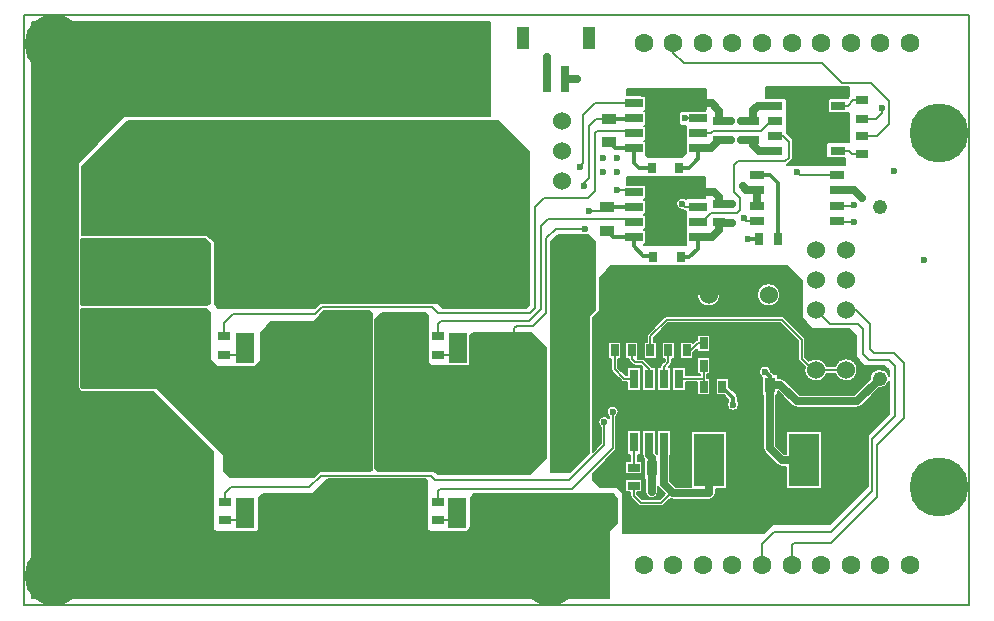
<source format=gtl>
%FSLAX34Y34*%
%MOMM*%
G04 EasyPC Gerber Version 18.0.6 Build 3620 *
%ADD20R,0.65000X1.00000*%
%ADD96R,0.76000X1.60000*%
%ADD88R,0.80000X0.90000*%
%ADD90R,0.80000X2.20000*%
%ADD98R,0.90000X1.30000*%
%ADD91R,1.10000X1.90000*%
%ADD94R,1.39000X1.40000*%
%ADD84R,1.50000X2.50000*%
%ADD92R,2.50000X4.50000*%
%ADD95R,2.60000X4.50000*%
%ADD93R,3.36000X4.86000*%
%ADD85R,7.00000X7.00000*%
%ADD10C,0.12700*%
%ADD106C,0.16000*%
%ADD82C,0.25000*%
%ADD76C,0.30000*%
%ADD105C,0.60000*%
%ADD75C,0.63500*%
%ADD72C,1.21920*%
%ADD14C,1.52400*%
%ADD89C,1.60000*%
%ADD83C,3.50000*%
%ADD13C,5.00000*%
%ADD25R,1.00000X0.65000*%
%ADD86R,1.30000X0.76000*%
%ADD26R,1.60000X0.76000*%
%ADD87R,1.20000X0.80000*%
%ADD21R,1.30000X0.90000*%
%ADD97R,3.51000X2.62000*%
X0Y0D02*
D02*
D10*
X84875Y221949D02*
X85934Y220890D01*
X148875*
X205875Y163890*
Y150890*
X210875Y145890*
X281875*
X286875Y150890*
X329875*
X330875Y151890*
Y283890*
X328875Y285890*
X290875*
X281875Y276890*
X245875*
X236875Y267890*
Y243890*
X231875Y238890*
X199875*
X193875Y244890*
Y284890*
X190875Y287890*
X84875*
Y221949*
G36*
X85934Y220890*
X148875*
X205875Y163890*
Y150890*
X210875Y145890*
X281875*
X286875Y150890*
X329875*
X330875Y151890*
Y283890*
X328875Y285890*
X290875*
X281875Y276890*
X245875*
X236875Y267890*
Y243890*
X231875Y238890*
X199875*
X193875Y244890*
Y284890*
X190875Y287890*
X84875*
Y221949*
G37*
Y346890D02*
Y291890D01*
X85875Y290890*
X191875*
X193875Y292890*
Y342890*
X189875Y346890*
X84875*
G36*
Y291890*
X85875Y290890*
X191875*
X193875Y292890*
Y342890*
X189875Y346890*
X84875*
G37*
X288415Y292890D02*
G75*
G02X288875Y292925I460J-3003D01*
G01*
X381875*
G75*
G02X382335Y292890J-3038*
G01*
X386875*
X390875Y288890*
X461875*
X463875Y290890*
Y420890*
X437875Y446890*
X124875*
X85875Y407890*
Y350890*
X191875*
X197875Y344890*
Y291890*
X200875Y288890*
X282875*
X286875Y292890*
X288415*
G36*
G75*
G02X288875Y292925I460J-3003*
G01*
X381875*
G75*
G02X382335Y292890J-3038*
G01*
X386875*
X390875Y288890*
X461875*
X463875Y290890*
Y420890*
X437875Y446890*
X124875*
X85875Y407890*
Y350890*
X191875*
X197875Y344890*
Y291890*
X200875Y288890*
X282875*
X286875Y292890*
X288415*
G37*
X293840Y143855D02*
X280875Y130890D01*
X238875*
X235875Y127890*
Y100890*
X233875Y98890*
X198875*
X196875Y100890*
Y166890*
X145875Y217890*
X84875*
X81875Y220890*
Y411890*
X120875Y450890*
X430875*
Y530540*
X43225*
Y43240*
X531875*
Y99890*
X538875Y106890*
Y126890*
X534875Y130890*
X417875*
X414875Y127890*
Y102890*
X412992Y101007*
Y100193*
X412178*
X410875Y98890*
X379875*
X377875Y100890*
Y141890*
X375910Y143855*
X293840*
G36*
X280875Y130890*
X238875*
X235875Y127890*
Y100890*
X233875Y98890*
X198875*
X196875Y100890*
Y166890*
X145875Y217890*
X84875*
X81875Y220890*
Y411890*
X120875Y450890*
X430875*
Y530540*
X43225*
Y43240*
X531875*
Y99890*
X538875Y106890*
Y126890*
X534875Y130890*
X417875*
X414875Y127890*
Y102890*
X412992Y101007*
Y100193*
X412178*
X410875Y98890*
X379875*
X377875Y100890*
Y141890*
X375910Y143855*
X293840*
G37*
X413178Y240193D02*
X412875Y239890D01*
X380875*
X378875Y241890*
Y281890*
X375875Y284890*
X339875*
X333875Y278890*
Y152890*
X335875Y150890*
X383875*
X386875Y147890*
X464875*
X478875Y161890*
Y254890*
X465875Y267890*
X416875*
X413992Y265007*
Y240193*
X413178*
G36*
X412875Y239890*
X380875*
X378875Y241890*
Y281890*
X375875Y284890*
X339875*
X333875Y278890*
Y152890*
X335875Y150890*
X383875*
X386875Y147890*
X464875*
X478875Y161890*
Y254890*
X465875Y267890*
X416875*
X413992Y265007*
Y240193*
X413178*
G37*
X510324Y350890D02*
X488875D01*
X482875Y344890*
Y149890*
X498875*
X514875Y165890*
Y281890*
X519875Y286890*
Y344890*
X513875Y350890*
X513426*
G75*
G02X510324I-1551J5001*
G01*
G36*
X488875*
X482875Y344890*
Y149890*
X498875*
X514875Y165890*
Y281890*
X519875Y286890*
Y344890*
X513875Y350890*
X513426*
G75*
G02X510324I-1551J5001*
G01*
G37*
X517875Y148598D02*
Y142890D01*
X523875Y136890*
X538875*
X543875Y131890*
Y97890*
X662875*
X670875Y105890*
X718875*
X750875Y137890*
Y180890*
X768875Y198890*
Y226565*
G75*
G02X760221Y220585I-8000J2325*
G01*
X745700Y206065*
G75*
G02X741875Y204480I-3826J3825*
G01*
X690875*
G75*
G02X687050Y206065I1J5410*
G01*
X674634Y218480*
X674610*
Y215155*
X673285*
Y172131*
X680116Y165300*
X681640*
Y184625*
X712110*
Y135155*
X681640*
Y154480*
X677875*
G75*
G02X674050Y156065I1J5410*
G01*
X664050Y166065*
G75*
G02X662465Y169890I3825J3826*
G01*
Y215155*
X661140*
Y230426*
G75*
G02X658640Y234890I2735J4464*
G01*
G75*
G02X669110Y234937I5235*
G01*
X670516Y233531*
G75*
G02X671183Y232625I-2641J-2643*
G01*
X674610*
Y229300*
X676875*
G75*
G02X680700Y227715I-1J-5410*
G01*
X693116Y215300*
X739634*
X752570Y228236*
G75*
G02X752544Y228890I8300J658*
G01*
G75*
G02X768875Y231215I8331*
G01*
Y235890*
X764875Y239890*
X747875*
X740875Y246890*
Y264890*
X734875Y270890*
X703875*
X694875Y279890*
Y311890*
X682875Y323890*
X533875*
X523875Y313890*
Y285890*
X517875Y279890*
Y167182*
X524840Y174147*
Y187625*
G75*
G02X522640Y191890I3035J4265*
G01*
G75*
G02X531840Y195308I5235*
G01*
Y196625*
G75*
G02X529640Y200890I3035J4265*
G01*
G75*
G02X540110I5235*
G01*
G75*
G02X537910Y196625I-5235*
G01*
Y169890*
G75*
G02X537021Y167744I-3035*
G01*
X517875Y148598*
X533590Y245655D02*
X531140D01*
Y260125*
X542110*
Y245655*
X539660*
Y238147*
X545898Y231909*
X546790*
Y239109*
X558860*
Y218639*
X546790*
Y225839*
X544641*
G75*
G02X542495Y226728J3035*
G01*
X534479Y234744*
G75*
G02X533590Y236890I2146J2146*
G01*
Y245655*
X548099D02*
X545640D01*
Y260125*
X556610*
Y245925*
X559875*
G75*
G02X562021Y245036J-3035*
G01*
X567671Y239386*
G75*
G02X567916Y239109I-2146J-2145*
G01*
X571560*
Y218639*
X559490*
Y238983*
X558618Y239855*
X554125*
G75*
G02X551979Y240744J3035*
G01*
X548979Y243744*
G75*
G02X548099Y245655I2146J2146*
G01*
X549440Y159125D02*
Y164681D01*
X546790*
Y185151*
X558860*
Y164681*
X556310*
Y159125*
X560110*
Y148155*
X545640*
Y159125*
X549440*
X549840Y132655D02*
X545640D01*
Y143625*
X560110*
Y132655*
X555910*
Y131147*
X560132Y126925*
X574968*
X579253Y131211*
X574400Y136065*
G75*
G02X573285Y137684I3823J3826*
G01*
Y132890*
G75*
G02X562465I-5410*
G01*
Y144155*
X561140*
Y161071*
G75*
G02X560115Y164240I4386J3169*
G01*
Y164681*
X559490*
Y185151*
X571560*
Y165856*
X571700Y165715*
G75*
G02X572190Y165153I-3823J-3828*
G01*
Y185151*
X584260*
Y164681*
X583635*
Y142131*
X588466Y137300*
X601640*
Y184625*
X632110*
Y135155*
X622285*
Y131890*
G75*
G02X616875Y126480I-5410*
G01*
X587600*
G75*
G02X583594Y126967I-1375J5410*
G01*
X578371Y121744*
G75*
G02X576225Y120855I-2146J2146*
G01*
X558875*
G75*
G02X556729Y121744J3035*
G01*
X550729Y127744*
G75*
G02X549840Y129890I2146J2146*
G01*
Y132655*
X563590Y260125D02*
Y264890D01*
G75*
G02X564479Y267036I3035*
G01*
X578479Y281036*
G75*
G02X580625Y281925I2146J-2146*
G01*
X677875*
G75*
G02X680021Y281036J-3035*
G01*
X697021Y264036*
G75*
G02X697910Y261890I-2146J-2146*
G01*
Y247147*
X700960Y244097*
G75*
G02X716351Y239325I6015J-7807*
G01*
X722999*
G75*
G02X732375Y246145I9376J-3035*
G01*
G75*
G02Y226435J-9855*
G01*
G75*
G02X722999Y233255J9855*
G01*
X716351*
G75*
G02X697494Y238979I-9376J3035*
G01*
X692729Y243744*
G75*
G02X691840Y245890I2146J2146*
G01*
Y260633*
X676618Y275855*
X581882*
X569660Y263633*
Y260125*
X572110*
Y245655*
X561140*
Y260125*
X563590*
X575192Y239109D02*
G75*
G02X576079Y241136I3033J-120D01*
G01*
X579090Y244147*
Y245655*
X576640*
Y260125*
X587610*
Y245655*
X585160*
Y242890*
G75*
G02X584271Y240744I-3035*
G01*
X582636Y239109*
X584260*
Y218639*
X572190*
Y239109*
X575192*
X596960Y225839D02*
Y218639D01*
X584890*
Y239109*
X596960*
Y231909*
X609090*
Y232655*
X606640*
Y247125*
X617610*
Y232655*
X615160*
Y229125*
X617610*
Y214655*
X606640*
Y225839*
X596960*
X603110Y250833D02*
Y245655D01*
X592140*
Y260125*
X603110*
Y259417*
X604729Y261036*
G75*
G02X606640Y261916I2146J-2146*
G01*
Y266125*
X617610*
Y251655*
X606640*
Y254363*
X603110Y250833*
X625930Y299890D02*
G75*
G02X606220I-9855D01*
G01*
G75*
G02X625930I9855*
G01*
X629012Y214655D02*
X622140D01*
Y229125*
X633110*
Y222253*
X639799Y215564*
G75*
G02X641010Y212640I-2924J-2924*
G01*
Y210100*
G75*
G02X642110Y206890I-4134J-3210*
G01*
G75*
G02X631640I-5235*
G01*
G75*
G02X632740Y210100I5234*
G01*
Y210927*
X629012Y214655*
X676730Y299890D02*
G75*
G02X657020I-9855D01*
G01*
G75*
G02X676730I9855*
G01*
X517875Y239382D02*
G36*
Y215390D01*
X606640*
Y225839*
X596960*
Y218639*
X584890*
Y239109*
X596960*
Y231909*
X609090*
Y232655*
X606640*
Y239382*
X582909*
X582636Y239109*
X584260*
Y218639*
X572190*
Y239109*
X575192*
G75*
G02X575215Y239382I3033J-118*
G01*
X567671*
G75*
G02X567916Y239109I-2113J-2143*
G01*
X571560*
Y218639*
X559490*
Y238983*
X559091Y239382*
X539660*
Y238147*
X545898Y231909*
X546790*
Y239109*
X558860*
Y218639*
X546790*
Y225839*
X544641*
G75*
G02X542495Y226728J3035*
G01*
X534479Y234744*
G75*
G02X533590Y236890I2146J2146*
G01*
Y239382*
X517875*
G37*
X533590D02*
G36*
Y245655D01*
X531140*
Y255890*
X517875*
Y239382*
X533590*
G37*
X559091D02*
G36*
X558618Y239855D01*
X554125*
G75*
G02X551979Y240744J3035*
G01*
X548979Y243744*
G75*
G02X548099Y245655I2146J2146*
G01*
X545640*
Y255890*
X542110*
Y245655*
X539660*
Y239382*
X559091*
G37*
X575215D02*
G36*
G75*
G02X576079Y241136I3010J-393D01*
G01*
X579090Y244147*
Y245655*
X576640*
Y255890*
X572110*
Y245655*
X561140*
Y255890*
X556610*
Y245925*
X559875*
G75*
G02X562021Y245036J-3035*
G01*
X567671Y239382*
X575215*
G37*
X606640D02*
G36*
Y247125D01*
X617610*
Y239382*
X661187*
G75*
G02X666563I2688J-4492*
G01*
X697091*
X692729Y243744*
G75*
G02X691840Y245890I2146J2146*
G01*
Y255890*
X617610*
Y251655*
X606640*
Y254363*
X603110Y250833*
Y245655*
X592140*
Y255890*
X587610*
Y245655*
X585160*
Y242890*
G75*
G02X584271Y240744I-3035*
G01*
X582909Y239382*
X606640*
G37*
X617610D02*
G36*
Y232655D01*
X615160*
Y229125*
X617610*
Y215390*
X622140*
Y229125*
X633110*
Y222253*
X639799Y215564*
G75*
G02X639963Y215390I-2925J-2922*
G01*
X661140*
Y230426*
G75*
G02X658640Y234890I2735J4464*
G01*
G75*
G02X661187Y239382I5235*
G01*
X617610*
G37*
X666563D02*
G36*
G75*
G02X669110Y234937I-2688J-4492D01*
G01*
X670516Y233531*
G75*
G02X671183Y232625I-2641J-2643*
G01*
X674610*
Y229300*
X676875*
G75*
G02X680700Y227715I-1J-5410*
G01*
X693116Y215300*
X739634*
X752570Y228236*
G75*
G02X752544Y228890I8300J658*
G01*
G75*
G02X768875Y231215I8331*
G01*
Y235890*
X765383Y239382*
X741732*
G75*
G02X732375Y226435I-9357J-3092*
G01*
G75*
G02X722999Y233255J9855*
G01*
X716351*
G75*
G02X697494Y238979I-9376J3035*
G01*
X697091Y239382*
X666563*
G37*
X765383D02*
G36*
X764875Y239890D01*
X747875*
X740875Y246890*
Y255890*
X697910*
Y247147*
X700960Y244097*
G75*
G02X716351Y239325I6015J-7807*
G01*
X722999*
G75*
G02X732375Y246145I9376J-3035*
G01*
G75*
G02X741732Y239382J-9855*
G01*
X765383*
G37*
X535930Y166653D02*
G36*
X517875Y148598D01*
Y142890*
X523875Y136890*
X538875*
X543875Y131890*
Y97890*
X662875*
X670875Y105890*
X718875*
X750875Y137890*
Y180890*
X768875Y198890*
Y226565*
G75*
G02X760221Y220585I-8000J2325*
G01*
X745700Y206065*
G75*
G02X741875Y204480I-3826J3825*
G01*
X690875*
G75*
G02X687050Y206065I1J5410*
G01*
X674634Y218480*
X674610*
Y215155*
X673285*
Y172131*
X680116Y165300*
X681640*
Y184625*
X712110*
Y135155*
X681640*
Y154480*
X677875*
G75*
G02X674050Y156065I1J5410*
G01*
X664050Y166065*
G75*
G02X663541Y166653I3825J3825*
G01*
X632110*
Y135155*
X622285*
Y131890*
G75*
G02X616875Y126480I-5410*
G01*
X587600*
G75*
G02X583594Y126967I-1375J5410*
G01*
X578371Y121744*
G75*
G02X576225Y120855I-2146J2146*
G01*
X558875*
G75*
G02X556729Y121744J3035*
G01*
X550729Y127744*
G75*
G02X549840Y129890I2146J2146*
G01*
Y132655*
X545640*
Y143625*
X560110*
Y132655*
X555910*
Y131147*
X560132Y126925*
X574968*
X579253Y131211*
X574400Y136065*
G75*
G02X573285Y137684I3823J3826*
G01*
Y132890*
G75*
G02X562465I-5410*
G01*
Y144155*
X561140*
Y161071*
G75*
G02X560115Y164240I4386J3169*
G01*
Y164681*
X559490*
Y166653*
X558860*
Y164681*
X556310*
Y159125*
X560110*
Y148155*
X545640*
Y159125*
X549440*
Y164681*
X546790*
Y166653*
X535930*
G37*
X546790D02*
G36*
Y185151D01*
X558860*
Y166653*
X559490*
Y185151*
X571560*
Y165856*
X571700Y165715*
G75*
G02X572190Y165153I-3823J-3828*
G01*
Y185151*
X584260*
Y164681*
X583635*
Y142131*
X588466Y137300*
X601640*
Y184625*
X632110*
Y166653*
X663541*
G75*
G02X662465Y169890I4334J3238*
G01*
Y215155*
X661140*
Y215390*
X639963*
G75*
G02X641010Y212640I-3088J-2750*
G01*
Y210100*
G75*
G02X642110Y206890I-4134J-3210*
G01*
G75*
G02X631640I-5235*
G01*
G75*
G02X632740Y210100I5234*
G01*
Y210927*
X629012Y214655*
X622140*
Y215390*
X617610*
Y214655*
X606640*
Y215390*
X517875*
Y167182*
X524840Y174147*
Y187625*
G75*
G02X522640Y191890I3035J4265*
G01*
G75*
G02X531840Y195308I5235*
G01*
Y196625*
G75*
G02X529640Y200890I3035J4265*
G01*
G75*
G02X540110I5235*
G01*
G75*
G02X537910Y196625I-5235*
G01*
Y169890*
G75*
G02X537021Y167744I-3035*
G01*
X535930Y166653*
X546790*
G37*
X531140Y255890D02*
G36*
Y260125D01*
X542110*
Y255890*
X545640*
Y260125*
X556610*
Y255890*
X561140*
Y260125*
X563590*
Y264890*
G75*
G02X564479Y267036I3035*
G01*
X578479Y281036*
G75*
G02X580625Y281925I2146J-2146*
G01*
X677875*
G75*
G02X680021Y281036J-3035*
G01*
X697021Y264036*
G75*
G02X697910Y261890I-2146J-2146*
G01*
Y255890*
X740875*
Y264890*
X734875Y270890*
X703875*
X694875Y279890*
Y299890*
X676730*
G75*
G02X657020I-9855*
G01*
X625930*
G75*
G02X606220I-9855*
G01*
X523875*
Y285890*
X517875Y279890*
Y255890*
X531140*
G37*
X576640D02*
G36*
Y260125D01*
X587610*
Y255890*
X592140*
Y260125*
X603110*
Y259417*
X604729Y261036*
G75*
G02X606640Y261916I2146J-2146*
G01*
Y266125*
X617610*
Y255890*
X691840*
Y260633*
X676618Y275855*
X581882*
X569660Y263633*
Y260125*
X572110*
Y255890*
X576640*
G37*
X606220Y299890D02*
G36*
G75*
G02X625930I9855D01*
G01*
X657020*
G75*
G02X676730I9855*
G01*
X694875*
Y311890*
X682875Y323890*
X533875*
X523875Y313890*
Y299890*
X606220*
G37*
X546875Y392975D02*
X563126D01*
Y380905*
X561875*
Y380275*
X563126*
Y368205*
X561875*
Y367575*
X563126*
Y355505*
X561875*
Y354875*
X563126*
Y342805*
X561875*
Y341890*
X596875*
Y342805*
X596614*
Y354875*
X596875*
Y355505*
X596614*
Y367575*
X596875*
Y368205*
X596614*
Y370805*
X596475*
G75*
G02X594201Y371665J3435*
G01*
G75*
G02X588640Y376890I-326J5225*
G01*
G75*
G02X596875Y381180I5235*
G01*
Y381890*
X612875*
Y399890*
X546875*
Y392975*
G36*
X563126*
Y380905*
X561875*
Y380275*
X563126*
Y368205*
X561875*
Y367575*
X563126*
Y355505*
X561875*
Y354875*
X563126*
Y342805*
X561875*
Y341890*
X596875*
Y342805*
X596614*
Y354875*
X596875*
Y355505*
X596614*
Y367575*
X596875*
Y368205*
X596614*
Y370805*
X596475*
G75*
G02X594201Y371665J3435*
G01*
G75*
G02X588640Y376890I-326J5225*
G01*
G75*
G02X596875Y381180I5235*
G01*
Y381890*
X612875*
Y399890*
X546875*
Y392975*
G37*
X559790Y467975D02*
X563126D01*
Y455905*
X561875*
Y455275*
X563126*
Y443205*
X561875*
Y442575*
X563126*
Y430505*
X561875*
Y429875*
X563126*
Y418639*
X564875Y416890*
X593875*
X596614Y419629*
Y429875*
X596875*
Y430505*
X596614*
Y442151*
X595875Y442890*
X592875*
X590875Y444890*
Y447739*
G75*
G02Y450841I5000J1551*
G01*
Y453890*
X592875Y455890*
X612875*
X613875Y456890*
Y472890*
X612875Y473890*
X546875*
Y468890*
X558875*
X559790Y467975*
G36*
X563126*
Y455905*
X561875*
Y455275*
X563126*
Y443205*
X561875*
Y442575*
X563126*
Y430505*
X561875*
Y429875*
X563126*
Y418639*
X564875Y416890*
X593875*
X596614Y419629*
Y429875*
X596875*
Y430505*
X596614*
Y442151*
X595875Y442890*
X592875*
X590875Y444890*
Y447739*
G75*
G02Y450841I5000J1551*
G01*
Y453890*
X592875Y455890*
X612875*
X613875Y456890*
Y472890*
X612875Y473890*
X546875*
Y468890*
X558875*
X559790Y467975*
G37*
X717140Y415890D02*
X716875D01*
X715875Y416890*
Y427890*
X716875Y428890*
X734875*
Y452890*
X733875Y453890*
X716875*
Y464890*
X717140Y465155*
Y466025*
X718010*
X718875Y466890*
X733875*
X734875Y467890*
Y475855*
X728875*
G75*
G02X728415Y475890J3038*
G01*
X664875*
Y466890*
X680875*
X682875Y464890*
Y436890*
X687875Y431890*
Y414890*
X682875Y409890*
X731875*
Y414890*
X730910Y415855*
X717140*
Y415890*
G36*
X716875*
X715875Y416890*
Y427890*
X716875Y428890*
X734875*
Y452890*
X733875Y453890*
X716875*
Y464890*
X717140Y465155*
Y466025*
X718010*
X718875Y466890*
X733875*
X734875Y467890*
Y475855*
X728875*
G75*
G02X728415Y475890J3038*
G01*
X664875*
Y466890*
X680875*
X682875Y464890*
Y436890*
X687875Y431890*
Y414890*
X682875Y409890*
X731875*
Y414890*
X730910Y415855*
X717140*
Y415890*
G37*
X836875Y36890D02*
Y536890D01*
X36875*
Y36890*
X836875*
D02*
D13*
X61875Y61890D02*
D03*
Y511890D02*
D03*
X481875Y61890D02*
D03*
X810875Y136890D02*
D03*
Y436890D02*
D03*
D02*
D14*
X491875Y395890D02*
D03*
Y421290D02*
D03*
Y446690D02*
D03*
X616075Y299890D02*
D03*
X641475D02*
D03*
X666875D02*
D03*
X706975Y236290D02*
D03*
Y261690D02*
D03*
Y287090D02*
D03*
Y312490D02*
D03*
Y337890D02*
D03*
X732375Y236290D02*
D03*
Y261690D02*
D03*
Y287090D02*
D03*
Y312490D02*
D03*
Y337890D02*
D03*
D02*
D20*
X521125Y252890D02*
D03*
X536625D02*
D03*
X551125D02*
D03*
X566625D02*
D03*
X582125D02*
D03*
X597625D02*
D03*
X612125Y221890D02*
D03*
Y239890D02*
D03*
Y258890D02*
D03*
X627625Y221890D02*
D03*
Y239890D02*
D03*
Y258890D02*
D03*
X659125Y346890D02*
D03*
X674625D02*
D03*
D02*
D21*
X529875Y353890D02*
D03*
Y373890D02*
D03*
X531875Y428890D02*
D03*
Y448890D02*
D03*
D02*
D25*
X205875Y249140D02*
D03*
Y264640D02*
D03*
X206875Y109140D02*
D03*
Y124640D02*
D03*
X386875Y109140D02*
D03*
Y124640D02*
D03*
Y249140D02*
D03*
Y264640D02*
D03*
X552875Y138140D02*
D03*
Y153640D02*
D03*
X624875Y361140D02*
D03*
Y376640D02*
D03*
Y431140D02*
D03*
Y446640D02*
D03*
X653875Y431140D02*
D03*
Y446640D02*
D03*
X745875Y419140D02*
D03*
Y434640D02*
D03*
Y449140D02*
D03*
Y464640D02*
D03*
D02*
D26*
X552891Y348840D02*
D03*
Y361540D02*
D03*
Y374240D02*
D03*
Y386940D02*
D03*
Y423840D02*
D03*
Y436540D02*
D03*
Y449240D02*
D03*
Y461940D02*
D03*
X606849Y348840D02*
D03*
Y361540D02*
D03*
Y374240D02*
D03*
Y386940D02*
D03*
Y423840D02*
D03*
Y436540D02*
D03*
Y449240D02*
D03*
Y461940D02*
D03*
D02*
D72*
X760875Y228890D02*
D03*
Y374390D02*
D03*
D02*
D75*
X479375Y482890D02*
Y500890D01*
X504875Y482890D02*
X494375D01*
X565525Y174916D02*
Y164240D01*
X567875Y161890*
Y152890*
Y132890*
X586225Y131890D02*
X578225Y139890D01*
Y174916*
X587875Y152890D02*
Y160840D01*
X590925Y163890*
Y174916*
Y188940*
X603875Y201890*
X625875*
X633875Y193890*
X646875*
X650875Y197890*
Y220890*
X647875Y223890*
X590925Y174916D02*
Y193840D01*
X582875Y201890*
X571875*
X606849Y348840D02*
X618875Y348890D01*
X624875Y354890*
Y361140*
X606849Y461940D02*
X618775Y461990D01*
X624875Y455890*
Y446640*
X616875Y159890D02*
Y131890D01*
X586225*
X624875Y376640D02*
X625125Y376890D01*
X635875*
X624875Y376640D02*
Y382990D01*
X620875Y386990*
X606849Y386940*
X624875Y431140D02*
Y430890D01*
X617875Y423890*
X606849Y423840*
X627625Y239890D02*
Y258890D01*
Y239890D02*
X642875D01*
X647875Y234890*
Y223890*
X634875Y430890D02*
X625125D01*
X624875Y431140*
X634875Y446890D02*
X625125D01*
X624875Y446640*
X635875Y360890D02*
X625125D01*
X624875Y361140*
X653875Y431140D02*
X644125D01*
X643875Y430890*
X653875Y431140D02*
Y426890D01*
X658875Y421890*
X672475*
X653875Y446640D02*
X653625Y446890D01*
X643875*
X653875Y446640D02*
Y455990D01*
X657875Y459990*
X672475*
X656975Y375240D02*
Y388540D01*
X648225*
X644875Y391890*
X667875Y223890D02*
X676875D01*
X690875Y209890*
X741875*
X760875Y228890*
X667875Y223890D02*
Y169890D01*
X677875Y159890*
X696875*
X724775Y388540D02*
X739225D01*
X745875Y381890*
D02*
D76*
X521125Y252890D02*
Y279140D01*
X525875Y283890*
X683875*
X705875Y261890*
X706775*
X706975Y261690*
X531875Y448890D02*
X553075D01*
X552891Y449240*
Y348840D02*
X534875Y348890D01*
X529875Y353890*
X552891Y374240D02*
X543275Y374290D01*
X542875Y373890*
X529875*
X552891Y423840D02*
X536875Y423890D01*
X531875Y428890*
X568375Y406890D02*
X557291D01*
X552891Y411290*
Y423840*
X569375Y331890D02*
X568375Y332890D01*
X560891*
X552891Y340890*
Y348840*
X591375Y406890D02*
X599875D01*
X605901Y412916*
Y413838*
X606849Y414786*
Y423840*
Y348840D02*
X606875Y338890D01*
X599875Y331890*
X592375*
X636875Y206890D02*
Y212640D01*
X627875Y221640*
X627625*
Y221890*
X649875Y346890D02*
X659125D01*
X667875Y223890D02*
Y230890D01*
X663875Y234890*
X674625Y346890D02*
Y394490D01*
X667875Y401240*
X656975*
D02*
D82*
X91625Y256890D02*
X86585D01*
X91625Y318890D02*
X86585D01*
X91625Y380890D02*
X86585D01*
X107875Y240640D02*
Y235600D01*
Y273140D02*
Y278180D01*
Y302640D02*
Y297600D01*
Y335140D02*
Y340180D01*
Y364640D02*
Y359600D01*
Y397140D02*
Y402180D01*
X124125Y256890D02*
X129165D01*
X124125Y318890D02*
X129165D01*
X124125Y380890D02*
X129165D01*
X133125Y312890D02*
X128085D01*
X133125Y336890D02*
X128085D01*
X133638Y323653D02*
X130074Y320089D01*
X133638Y326127D02*
X130074Y329691D01*
X134125Y240890D02*
X129085D01*
X134638Y227653D02*
X131074Y224089D01*
X134638Y230127D02*
X131074Y233691D01*
X134638Y251653D02*
X131074Y248089D01*
X134638Y254127D02*
X131074Y257691D01*
X134875Y311140D02*
Y306100D01*
Y314640D02*
Y319680D01*
Y335140D02*
Y330100D01*
Y338640D02*
Y343680D01*
X135875Y239140D02*
Y234100D01*
Y242640D02*
Y247680D01*
X136112Y323653D02*
X139676Y320089D01*
X136112Y326127D02*
X139676Y329691D01*
X136625Y312890D02*
X141665D01*
X136625Y336890D02*
X141665D01*
X137112Y227653D02*
X140676Y224089D01*
X137112Y230127D02*
X140676Y233691D01*
X137112Y251653D02*
X140676Y248089D01*
X137112Y254127D02*
X140676Y257691D01*
X137625Y240890D02*
X142665D01*
X145125Y324890D02*
X140085D01*
X145638Y311653D02*
X142074Y308089D01*
X145638Y314127D02*
X142074Y317691D01*
X145638Y335653D02*
X142074Y332089D01*
X145638Y338127D02*
X142074Y341691D01*
X146125Y228890D02*
X141085D01*
X146125Y252890D02*
X141085D01*
X146638Y239653D02*
X143074Y236089D01*
X146638Y242127D02*
X143074Y245691D01*
X146875Y323140D02*
Y318100D01*
Y326640D02*
Y331680D01*
X147875Y227140D02*
Y222100D01*
Y230640D02*
Y235680D01*
Y251140D02*
Y246100D01*
Y254640D02*
Y259680D01*
X148112Y311653D02*
X151676Y308089D01*
X148112Y314127D02*
X151676Y317691D01*
X148112Y335653D02*
X151676Y332089D01*
X148112Y338127D02*
X151676Y341691D01*
X148625Y324890D02*
X153665D01*
X149112Y239653D02*
X152676Y236089D01*
X149112Y242127D02*
X152676Y245691D01*
X149625Y228890D02*
X154665D01*
X149625Y252890D02*
X154665D01*
X155125Y62890D02*
X150085D01*
X155125Y86890D02*
X150085D01*
X156875Y61140D02*
Y56100D01*
Y64640D02*
Y69680D01*
Y85140D02*
Y80100D01*
Y88640D02*
Y93680D01*
X157125Y312890D02*
X152085D01*
X157125Y336890D02*
X152085D01*
X157638Y299653D02*
X154074Y296089D01*
X157638Y302127D02*
X154074Y305691D01*
X157638Y323653D02*
X154074Y320089D01*
X157638Y326127D02*
X154074Y329691D01*
X158125Y240890D02*
X153085D01*
X158125Y264890D02*
X153085D01*
X158625Y62890D02*
X163665D01*
X158625Y86890D02*
X163665D01*
X158638Y227653D02*
X155074Y224089D01*
X158638Y230127D02*
X155074Y233691D01*
X158638Y251653D02*
X155074Y248089D01*
X158638Y254127D02*
X155074Y257691D01*
X158638Y275653D02*
X155074Y272089D01*
X158638Y278127D02*
X155074Y281691D01*
X158875Y311140D02*
Y306100D01*
Y314640D02*
Y319680D01*
Y335140D02*
Y330100D01*
Y338640D02*
Y343680D01*
X159875Y239140D02*
Y234100D01*
Y242640D02*
Y247680D01*
Y263140D02*
Y258100D01*
Y266640D02*
Y271680D01*
X160112Y299653D02*
X163676Y296089D01*
X160112Y302127D02*
X163676Y305691D01*
X160112Y323653D02*
X163676Y320089D01*
X160112Y326127D02*
X163676Y329691D01*
X160625Y312890D02*
X165665D01*
X160625Y336890D02*
X165665D01*
X161112Y227653D02*
X164676Y224089D01*
X161112Y230127D02*
X164676Y233691D01*
X161112Y251653D02*
X164676Y248089D01*
X161112Y254127D02*
X164676Y257691D01*
X161112Y275653D02*
X164676Y272089D01*
X161112Y278127D02*
X164676Y281691D01*
X161625Y240890D02*
X166665D01*
X161625Y264890D02*
X166665D01*
X167125Y74890D02*
X162085D01*
X168875Y73140D02*
Y68100D01*
Y76640D02*
Y81680D01*
X169125Y300890D02*
X164085D01*
X169125Y324890D02*
X164085D01*
X169638Y311653D02*
X166074Y308089D01*
X169638Y314127D02*
X166074Y317691D01*
X169638Y335653D02*
X166074Y332089D01*
X169638Y338127D02*
X166074Y341691D01*
X170125Y228890D02*
X165085D01*
X170125Y252890D02*
X165085D01*
X170125Y276890D02*
X165085D01*
X170625Y74890D02*
X175665D01*
X170638Y215653D02*
X167074Y212089D01*
X170638Y218127D02*
X167074Y221691D01*
X170638Y239653D02*
X167074Y236089D01*
X170638Y242127D02*
X167074Y245691D01*
X170638Y263653D02*
X167074Y260089D01*
X170638Y266127D02*
X167074Y269691D01*
X170875Y299140D02*
Y294100D01*
Y302640D02*
Y307680D01*
Y323140D02*
Y318100D01*
Y326640D02*
Y331680D01*
X171875Y227140D02*
Y222100D01*
Y230640D02*
Y235680D01*
Y251140D02*
Y246100D01*
Y254640D02*
Y259680D01*
Y275140D02*
Y270100D01*
Y278640D02*
Y283680D01*
X172112Y311653D02*
X175676Y308089D01*
X172112Y314127D02*
X175676Y317691D01*
X172112Y335653D02*
X175676Y332089D01*
X172112Y338127D02*
X175676Y341691D01*
X172625Y300890D02*
X177665D01*
X172625Y324890D02*
X177665D01*
X173112Y215653D02*
X176676Y212089D01*
X173112Y218127D02*
X176676Y221691D01*
X173112Y239653D02*
X176676Y236089D01*
X173112Y242127D02*
X176676Y245691D01*
X173112Y263653D02*
X176676Y260089D01*
X173112Y266127D02*
X176676Y269691D01*
X173625Y228890D02*
X178665D01*
X173625Y252890D02*
X178665D01*
X173625Y276890D02*
X178665D01*
X179125Y62890D02*
X174085D01*
X179125Y86890D02*
X174085D01*
X180875Y61140D02*
Y56100D01*
Y64640D02*
Y69680D01*
Y85140D02*
Y80100D01*
Y88640D02*
Y93680D01*
X181125Y312890D02*
X176085D01*
X181125Y336890D02*
X176085D01*
X181638Y299653D02*
X178074Y296089D01*
X181638Y302127D02*
X178074Y305691D01*
X181638Y323653D02*
X178074Y320089D01*
X181638Y326127D02*
X178074Y329691D01*
X182125Y216890D02*
X177085D01*
X182125Y240890D02*
X177085D01*
X182125Y264890D02*
X177085D01*
X182625Y62890D02*
X187665D01*
X182625Y86890D02*
X187665D01*
X182638Y227653D02*
X179074Y224089D01*
X182638Y230127D02*
X179074Y233691D01*
X182638Y251653D02*
X179074Y248089D01*
X182638Y254127D02*
X179074Y257691D01*
X182638Y275653D02*
X179074Y272089D01*
X182638Y278127D02*
X179074Y281691D01*
X182875Y311140D02*
Y306100D01*
Y314640D02*
Y319680D01*
Y335140D02*
Y330100D01*
Y338640D02*
Y343680D01*
X183875Y215140D02*
Y210100D01*
Y218640D02*
Y223680D01*
Y239140D02*
Y234100D01*
Y242640D02*
Y247680D01*
Y263140D02*
Y258100D01*
Y266640D02*
Y271680D01*
X184112Y299653D02*
X187676Y296089D01*
X184112Y302127D02*
X187676Y305691D01*
X184112Y323653D02*
X187676Y320089D01*
X184112Y326127D02*
X187676Y329691D01*
X184625Y312890D02*
X189665D01*
X184625Y336890D02*
X189665D01*
X185112Y227653D02*
X188676Y224089D01*
X185112Y230127D02*
X188676Y233691D01*
X185112Y251653D02*
X188676Y248089D01*
X185112Y254127D02*
X188676Y257691D01*
X185112Y275653D02*
X188676Y272089D01*
X185112Y278127D02*
X188676Y281691D01*
X185625Y216890D02*
X190665D01*
X185625Y240890D02*
X190665D01*
X185625Y264890D02*
X190665D01*
X191125Y74890D02*
X186085D01*
X192875Y73140D02*
Y68100D01*
Y76640D02*
Y81680D01*
X194625Y74890D02*
X199665D01*
X203125Y62890D02*
X198085D01*
X203125Y86890D02*
X198085D01*
X204875Y61140D02*
Y56100D01*
Y64640D02*
Y69680D01*
Y85140D02*
Y80100D01*
Y88640D02*
Y93680D01*
X205125Y392890D02*
X200085D01*
X205125Y416890D02*
X200085D01*
X205125Y482890D02*
X200085D01*
X205125Y506890D02*
X200085D01*
X205638Y379653D02*
X202074Y376089D01*
X205638Y382127D02*
X202074Y385691D01*
X205638Y403653D02*
X202074Y400089D01*
X205638Y406127D02*
X202074Y409691D01*
X205638Y469653D02*
X202074Y466089D01*
X205638Y472127D02*
X202074Y475691D01*
X205638Y493653D02*
X202074Y490089D01*
X205638Y496127D02*
X202074Y499691D01*
X206625Y62890D02*
X211665D01*
X206625Y86890D02*
X211665D01*
X206875Y391140D02*
Y386100D01*
Y394640D02*
Y399680D01*
Y415140D02*
Y410100D01*
Y418640D02*
Y423680D01*
Y481140D02*
Y476100D01*
Y484640D02*
Y489680D01*
Y505140D02*
Y500100D01*
Y508640D02*
Y513680D01*
X208112Y379653D02*
X211676Y376089D01*
X208112Y382127D02*
X211676Y385691D01*
X208112Y403653D02*
X211676Y400089D01*
X208112Y406127D02*
X211676Y409691D01*
X208112Y469653D02*
X211676Y466089D01*
X208112Y472127D02*
X211676Y475691D01*
X208112Y493653D02*
X211676Y490089D01*
X208112Y496127D02*
X211676Y499691D01*
X208625Y392890D02*
X213665D01*
X208625Y416890D02*
X213665D01*
X208625Y482890D02*
X213665D01*
X208625Y506890D02*
X213665D01*
X213125Y183880D02*
X208085D01*
X213125Y323880D02*
X208085D01*
X215125Y74890D02*
X210085D01*
X216638Y230653D02*
X213074Y227089D01*
X216638Y233127D02*
X213074Y236691D01*
X216875Y73140D02*
Y68100D01*
Y76640D02*
Y81680D01*
X217125Y380890D02*
X212085D01*
X217125Y404890D02*
X212085D01*
X217125Y470890D02*
X212085D01*
X217125Y494890D02*
X212085D01*
X217638Y391653D02*
X214074Y388089D01*
X217638Y394127D02*
X214074Y397691D01*
X217638Y415653D02*
X214074Y412089D01*
X217638Y418127D02*
X214074Y421691D01*
X217638Y481653D02*
X214074Y478089D01*
X217638Y484127D02*
X214074Y487691D01*
X217638Y505653D02*
X214074Y502089D01*
X217638Y508127D02*
X214074Y511691D01*
X218625Y74890D02*
X223665D01*
X218875Y379140D02*
Y374100D01*
Y382640D02*
Y387680D01*
Y403140D02*
Y398100D01*
Y406640D02*
Y411680D01*
Y469140D02*
Y464100D01*
Y472640D02*
Y477680D01*
Y493140D02*
Y488100D01*
Y496640D02*
Y501680D01*
X219112Y230653D02*
X222676Y227089D01*
X219112Y233127D02*
X222676Y236691D01*
X220112Y391653D02*
X223676Y388089D01*
X220112Y394127D02*
X223676Y397691D01*
X220112Y415653D02*
X223676Y412089D01*
X220112Y418127D02*
X223676Y421691D01*
X220112Y481653D02*
X223676Y478089D01*
X220112Y484127D02*
X223676Y487691D01*
X220112Y505653D02*
X223676Y502089D01*
X220112Y508127D02*
X223676Y511691D01*
X220625Y380890D02*
X225665D01*
X220625Y404890D02*
X225665D01*
X220625Y470890D02*
X225665D01*
X220625Y494890D02*
X225665D01*
X227125Y62890D02*
X222085D01*
X227125Y86890D02*
X222085D01*
X228638Y230653D02*
X225074Y227089D01*
X228638Y233127D02*
X225074Y236691D01*
X228875Y61140D02*
Y56100D01*
Y64640D02*
Y69680D01*
Y85140D02*
Y80100D01*
Y88640D02*
Y93680D01*
X229125Y482890D02*
X224085D01*
X229125Y506890D02*
X224085D01*
X229638Y469653D02*
X226074Y466089D01*
X229638Y472127D02*
X226074Y475691D01*
X229638Y493653D02*
X226074Y490089D01*
X229638Y496127D02*
X226074Y499691D01*
X230625Y62890D02*
X235665D01*
X230625Y86890D02*
X235665D01*
X230875Y481140D02*
Y476100D01*
Y484640D02*
Y489680D01*
Y505140D02*
Y500100D01*
Y508640D02*
Y513680D01*
X231112Y230653D02*
X234676Y227089D01*
X231112Y233127D02*
X234676Y236691D01*
X232112Y469653D02*
X235676Y466089D01*
X232112Y472127D02*
X235676Y475691D01*
X232112Y493653D02*
X235676Y490089D01*
X232112Y496127D02*
X235676Y499691D01*
X232625Y482890D02*
X237665D01*
X232625Y506890D02*
X237665D01*
X238625Y415890D02*
X233585D01*
X239125Y74890D02*
X234085D01*
X240125Y231890D02*
X235085D01*
X240875Y73140D02*
Y68100D01*
Y76640D02*
Y81680D01*
X241875Y230140D02*
Y225100D01*
Y233640D02*
Y238680D01*
X242625Y74890D02*
X247665D01*
X243625Y231890D02*
X248665D01*
X246875Y217630D02*
Y222670D01*
Y357630D02*
Y362670D01*
X249875Y394640D02*
Y389600D01*
Y437140D02*
Y442180D01*
X251125Y62890D02*
X246085D01*
X251125Y86890D02*
X246085D01*
X252875Y61140D02*
Y56100D01*
Y64640D02*
Y69680D01*
Y85140D02*
Y80100D01*
Y88640D02*
Y93680D01*
X254625Y62890D02*
X259665D01*
X254625Y86890D02*
X259665D01*
X256125Y231890D02*
X251085D01*
X257875Y230140D02*
Y225100D01*
Y233640D02*
Y238680D01*
X259625Y231890D02*
X264665D01*
X261125Y415890D02*
X266165D01*
X263125Y74890D02*
X258085D01*
X264279Y254770D02*
X259239D01*
X264875Y73140D02*
Y68100D01*
Y76640D02*
Y81680D01*
X266625Y74890D02*
X271665D01*
X267125Y482890D02*
X262085D01*
X267125Y506890D02*
X262085D01*
X267638Y469653D02*
X264074Y466089D01*
X267638Y472127D02*
X264074Y475691D01*
X267638Y493653D02*
X264074Y490089D01*
X267638Y496127D02*
X264074Y499691D01*
X268638Y230653D02*
X265074Y227089D01*
X268638Y233127D02*
X265074Y236691D01*
X268875Y481140D02*
Y476100D01*
Y484640D02*
Y489680D01*
Y505140D02*
Y500100D01*
Y508640D02*
Y513680D01*
X270112Y469653D02*
X273676Y466089D01*
X270112Y472127D02*
X273676Y475691D01*
X270112Y493653D02*
X273676Y490089D01*
X270112Y496127D02*
X273676Y499691D01*
X270529Y243520D02*
Y238480D01*
Y266020D02*
Y271060D01*
X270625Y482890D02*
X275665D01*
X270625Y506890D02*
X275665D01*
X271112Y230653D02*
X274676Y227089D01*
X271112Y233127D02*
X274676Y236691D01*
X275125Y62890D02*
X270085D01*
X275125Y86890D02*
X270085D01*
X275125Y392890D02*
X270085D01*
X275125Y416890D02*
X270085D01*
X275638Y379653D02*
X272074Y376089D01*
X275638Y382127D02*
X272074Y385691D01*
X275638Y403653D02*
X272074Y400089D01*
X275638Y406127D02*
X272074Y409691D01*
X276779Y254770D02*
X281819D01*
X276875Y61140D02*
Y56100D01*
Y64640D02*
Y69680D01*
Y85140D02*
Y80100D01*
Y88640D02*
Y93680D01*
Y391140D02*
Y386100D01*
Y394640D02*
Y399680D01*
Y415140D02*
Y410100D01*
Y418640D02*
Y423680D01*
X278112Y379653D02*
X281676Y376089D01*
X278112Y382127D02*
X281676Y385691D01*
X278112Y403653D02*
X281676Y400089D01*
X278112Y406127D02*
X281676Y409691D01*
X278625Y62890D02*
X283665D01*
X278625Y86890D02*
X283665D01*
X278625Y392890D02*
X283665D01*
X278625Y416890D02*
X283665D01*
X279125Y470890D02*
X274085D01*
X279125Y494890D02*
X274085D01*
X279638Y481653D02*
X276074Y478089D01*
X279638Y484127D02*
X276074Y487691D01*
X279638Y505653D02*
X276074Y502089D01*
X279638Y508127D02*
X276074Y511691D01*
X280125Y231890D02*
X275085D01*
X280625Y183880D02*
X285665D01*
X280625Y323880D02*
X285665D01*
X280875Y469140D02*
Y464100D01*
Y472640D02*
Y477680D01*
Y493140D02*
Y488100D01*
Y496640D02*
Y501680D01*
X281875Y230140D02*
Y225100D01*
Y233640D02*
Y238680D01*
X282112Y481653D02*
X285676Y478089D01*
X282112Y484127D02*
X285676Y487691D01*
X282112Y505653D02*
X285676Y502089D01*
X282112Y508127D02*
X285676Y511691D01*
X282625Y470890D02*
X287665D01*
X282625Y494890D02*
X287665D01*
X283625Y231890D02*
X288665D01*
X287125Y74890D02*
X282085D01*
X287125Y380890D02*
X282085D01*
X287125Y404890D02*
X282085D01*
X287638Y391653D02*
X284074Y388089D01*
X287638Y394127D02*
X284074Y397691D01*
X287638Y415653D02*
X284074Y412089D01*
X287638Y418127D02*
X284074Y421691D01*
X288125Y308890D02*
X283085D01*
X288875Y73140D02*
Y68100D01*
Y76640D02*
Y81680D01*
Y379140D02*
Y374100D01*
Y382640D02*
Y387680D01*
Y403140D02*
Y398100D01*
Y406640D02*
Y411680D01*
X289875Y307140D02*
Y302100D01*
Y310640D02*
Y315680D01*
X290112Y391653D02*
X293676Y388089D01*
X290112Y394127D02*
X293676Y397691D01*
X290112Y415653D02*
X293676Y412089D01*
X290112Y418127D02*
X293676Y421691D01*
X290625Y74890D02*
X295665D01*
X290625Y380890D02*
X295665D01*
X290625Y404890D02*
X295665D01*
X291125Y482890D02*
X286085D01*
X291125Y506890D02*
X286085D01*
X291625Y308890D02*
X296665D01*
X291638Y469653D02*
X288074Y466089D01*
X291638Y472127D02*
X288074Y475691D01*
X291638Y493653D02*
X288074Y490089D01*
X291638Y496127D02*
X288074Y499691D01*
X292875Y481140D02*
Y476100D01*
Y484640D02*
Y489680D01*
Y505140D02*
Y500100D01*
Y508640D02*
Y513680D01*
X294112Y469653D02*
X297676Y466089D01*
X294112Y472127D02*
X297676Y475691D01*
X294112Y493653D02*
X297676Y490089D01*
X294112Y496127D02*
X297676Y499691D01*
X294625Y482890D02*
X299665D01*
X294625Y506890D02*
X299665D01*
X296959Y300974D02*
X292285Y296300D01*
X296959Y332806D02*
X292285Y337480D01*
X297325Y176890D02*
X292285D01*
X297925Y277140D02*
X292885D01*
X298125Y223890D02*
X293085D01*
X298125Y247890D02*
X293085D01*
X298638Y210653D02*
X295074Y207089D01*
X298638Y213127D02*
X295074Y216691D01*
X298638Y234653D02*
X295074Y231089D01*
X298638Y237127D02*
X295074Y240691D01*
X298638Y258653D02*
X295074Y255089D01*
X298638Y261127D02*
X295074Y264691D01*
X299125Y62890D02*
X294085D01*
X299125Y86890D02*
X294085D01*
X299125Y110890D02*
X294085D01*
X299875Y222140D02*
Y217100D01*
Y225640D02*
Y230680D01*
Y246140D02*
Y241100D01*
Y249640D02*
Y254680D01*
X300875Y61140D02*
Y56100D01*
Y64640D02*
Y69680D01*
Y85140D02*
Y80100D01*
Y88640D02*
Y93680D01*
Y109140D02*
Y104100D01*
Y112640D02*
Y117680D01*
X301112Y210653D02*
X304676Y207089D01*
X301112Y213127D02*
X304676Y216691D01*
X301112Y234653D02*
X304676Y231089D01*
X301112Y237127D02*
X304676Y240691D01*
X301112Y258653D02*
X304676Y255089D01*
X301112Y261127D02*
X304676Y264691D01*
X301625Y223890D02*
X306665D01*
X301625Y247890D02*
X306665D01*
X302625Y62890D02*
X307665D01*
X302625Y86890D02*
X307665D01*
X302625Y110890D02*
X307665D01*
X303625Y271390D02*
Y266350D01*
X309325Y277140D02*
X314365D01*
X310125Y211890D02*
X305085D01*
X310125Y235890D02*
X305085D01*
X310125Y259890D02*
X305085D01*
X310638Y222653D02*
X307074Y219089D01*
X310638Y225127D02*
X307074Y228691D01*
X310638Y246653D02*
X307074Y243089D01*
X310638Y249127D02*
X307074Y252691D01*
X311125Y74890D02*
X306085D01*
X311125Y98890D02*
X306085D01*
X311125Y122890D02*
X306085D01*
X311875Y210140D02*
Y205100D01*
Y213640D02*
Y218680D01*
Y234140D02*
Y229100D01*
Y237640D02*
Y242680D01*
Y258140D02*
Y253100D01*
Y261640D02*
Y266680D01*
X312875Y73140D02*
Y68100D01*
Y76640D02*
Y81680D01*
Y97140D02*
Y92100D01*
Y100640D02*
Y105680D01*
Y121140D02*
Y116100D01*
Y124640D02*
Y129680D01*
Y199940D02*
Y204980D01*
X313112Y222653D02*
X316676Y219089D01*
X313112Y225127D02*
X316676Y228691D01*
X313112Y246653D02*
X316676Y243089D01*
X313112Y249127D02*
X316676Y252691D01*
X313625Y211890D02*
X318665D01*
X313625Y235890D02*
X318665D01*
X313625Y259890D02*
X318665D01*
X314625Y74890D02*
X319665D01*
X314625Y98890D02*
X319665D01*
X314625Y122890D02*
X319665D01*
X322638Y210653D02*
X319074Y207089D01*
X322638Y213127D02*
X319074Y216691D01*
X322638Y222653D02*
X319074Y219089D01*
X322638Y225127D02*
X319074Y228691D01*
X322638Y234653D02*
X319074Y231089D01*
X322638Y237127D02*
X319074Y240691D01*
X322638Y246653D02*
X319074Y243089D01*
X322638Y249127D02*
X319074Y252691D01*
X322638Y258653D02*
X319074Y255089D01*
X322638Y261127D02*
X319074Y264691D01*
X323125Y62890D02*
X318085D01*
X323125Y86890D02*
X318085D01*
X323125Y110890D02*
X318085D01*
X324875Y61140D02*
Y56100D01*
Y64640D02*
Y69680D01*
Y85140D02*
Y80100D01*
Y88640D02*
Y93680D01*
Y109140D02*
Y104100D01*
Y112640D02*
Y117680D01*
X325112Y210653D02*
X328676Y207089D01*
X325112Y213127D02*
X328676Y216691D01*
X325112Y222653D02*
X328676Y219089D01*
X325112Y225127D02*
X328676Y228691D01*
X325112Y234653D02*
X328676Y231089D01*
X325112Y237127D02*
X328676Y240691D01*
X325112Y246653D02*
X328676Y243089D01*
X325112Y249127D02*
X328676Y252691D01*
X325112Y258653D02*
X328676Y255089D01*
X325112Y261127D02*
X328676Y264691D01*
X326625Y62890D02*
X331665D01*
X326625Y86890D02*
X331665D01*
X326625Y110890D02*
X331665D01*
X328791Y300974D02*
X333465Y296300D01*
X328791Y332806D02*
X333465Y337480D01*
X332125Y482890D02*
X327085D01*
X332125Y506890D02*
X327085D01*
X332638Y469653D02*
X329074Y466089D01*
X332638Y472127D02*
X329074Y475691D01*
X332638Y493653D02*
X329074Y490089D01*
X332638Y496127D02*
X329074Y499691D01*
X333875Y481140D02*
Y476100D01*
Y484640D02*
Y489680D01*
Y505140D02*
Y500100D01*
Y508640D02*
Y513680D01*
X335112Y469653D02*
X338676Y466089D01*
X335112Y472127D02*
X338676Y475691D01*
X335112Y493653D02*
X338676Y490089D01*
X335112Y496127D02*
X338676Y499691D01*
X335125Y74890D02*
X330085D01*
X335125Y98890D02*
X330085D01*
X335125Y122890D02*
X330085D01*
X335625Y482890D02*
X340665D01*
X335625Y506890D02*
X340665D01*
X336875Y73140D02*
Y68100D01*
Y76640D02*
Y81680D01*
Y97140D02*
Y92100D01*
Y100640D02*
Y105680D01*
Y121140D02*
Y116100D01*
Y124640D02*
Y129680D01*
X338625Y74890D02*
X343665D01*
X338625Y98890D02*
X343665D01*
X338625Y122890D02*
X343665D01*
X340959Y160974D02*
X336285Y156300D01*
X340959Y192806D02*
X336285Y197480D01*
X340959Y300974D02*
X336285Y296300D01*
X340959Y332806D02*
X336285Y337480D01*
X341925Y277140D02*
X336885D01*
X342125Y211890D02*
X337085D01*
X342125Y235890D02*
X337085D01*
X342125Y259890D02*
X337085D01*
X342638Y222653D02*
X339074Y219089D01*
X342638Y225127D02*
X339074Y228691D01*
X342638Y246653D02*
X339074Y243089D01*
X342638Y249127D02*
X339074Y252691D01*
X343875Y210140D02*
Y205100D01*
Y213640D02*
Y218680D01*
Y234140D02*
Y229100D01*
Y237640D02*
Y242680D01*
Y258140D02*
Y253100D01*
Y261640D02*
Y266680D01*
X344125Y470890D02*
X339085D01*
X344125Y494890D02*
X339085D01*
X344638Y481653D02*
X341074Y478089D01*
X344638Y484127D02*
X341074Y487691D01*
X344638Y505653D02*
X341074Y502089D01*
X344638Y508127D02*
X341074Y511691D01*
X345112Y222653D02*
X348676Y219089D01*
X345112Y225127D02*
X348676Y228691D01*
X345112Y246653D02*
X348676Y243089D01*
X345112Y249127D02*
X348676Y252691D01*
X345125Y392890D02*
X340085D01*
X345125Y416890D02*
X340085D01*
X345625Y211890D02*
X350665D01*
X345625Y235890D02*
X350665D01*
X345625Y259890D02*
X350665D01*
X345638Y379653D02*
X342074Y376089D01*
X345638Y382127D02*
X342074Y385691D01*
X345638Y403653D02*
X342074Y400089D01*
X345638Y406127D02*
X342074Y409691D01*
X345875Y469140D02*
Y464100D01*
Y472640D02*
Y477680D01*
Y493140D02*
Y488100D01*
Y496640D02*
Y501680D01*
X346875Y391140D02*
Y386100D01*
Y394640D02*
Y399680D01*
Y415140D02*
Y410100D01*
Y418640D02*
Y423680D01*
X347112Y481653D02*
X350676Y478089D01*
X347112Y484127D02*
X350676Y487691D01*
X347112Y505653D02*
X350676Y502089D01*
X347112Y508127D02*
X350676Y511691D01*
X347125Y62890D02*
X342085D01*
X347125Y86890D02*
X342085D01*
X347125Y110890D02*
X342085D01*
X347625Y271390D02*
Y266350D01*
Y470890D02*
X352665D01*
X347625Y494890D02*
X352665D01*
X348112Y379653D02*
X351676Y376089D01*
X348112Y382127D02*
X351676Y385691D01*
X348112Y403653D02*
X351676Y400089D01*
X348112Y406127D02*
X351676Y409691D01*
X348625Y392890D02*
X353665D01*
X348625Y416890D02*
X353665D01*
X348875Y61140D02*
Y56100D01*
Y64640D02*
Y69680D01*
Y85140D02*
Y80100D01*
Y88640D02*
Y93680D01*
Y109140D02*
Y104100D01*
Y112640D02*
Y117680D01*
X350625Y62890D02*
X355665D01*
X350625Y86890D02*
X355665D01*
X350625Y110890D02*
X355665D01*
X353325Y277140D02*
X358365D01*
X354125Y223890D02*
X349085D01*
X354125Y247890D02*
X349085D01*
X354638Y210653D02*
X351074Y207089D01*
X354638Y213127D02*
X351074Y216691D01*
X354638Y234653D02*
X351074Y231089D01*
X354638Y237127D02*
X351074Y240691D01*
X354638Y258653D02*
X351074Y255089D01*
X354638Y261127D02*
X351074Y264691D01*
X355875Y222140D02*
Y217100D01*
Y225640D02*
Y230680D01*
Y246140D02*
Y241100D01*
Y249640D02*
Y254680D01*
X356125Y482890D02*
X351085D01*
X356125Y506890D02*
X351085D01*
X356638Y469653D02*
X353074Y466089D01*
X356638Y472127D02*
X353074Y475691D01*
X356638Y493653D02*
X353074Y490089D01*
X356638Y496127D02*
X353074Y499691D01*
X357112Y210653D02*
X360676Y207089D01*
X357112Y213127D02*
X360676Y216691D01*
X357112Y234653D02*
X360676Y231089D01*
X357112Y237127D02*
X360676Y240691D01*
X357112Y258653D02*
X360676Y255089D01*
X357112Y261127D02*
X360676Y264691D01*
X357125Y380890D02*
X352085D01*
X357125Y404890D02*
X352085D01*
X357625Y223890D02*
X362665D01*
X357625Y247890D02*
X362665D01*
X357638Y391653D02*
X354074Y388089D01*
X357638Y394127D02*
X354074Y397691D01*
X357638Y415653D02*
X354074Y412089D01*
X357638Y418127D02*
X354074Y421691D01*
X357875Y481140D02*
Y476100D01*
Y484640D02*
Y489680D01*
Y505140D02*
Y500100D01*
Y508640D02*
Y513680D01*
X358875Y379140D02*
Y374100D01*
Y382640D02*
Y387680D01*
Y403140D02*
Y398100D01*
Y406640D02*
Y411680D01*
X359112Y469653D02*
X362676Y466089D01*
X359112Y472127D02*
X362676Y475691D01*
X359112Y493653D02*
X362676Y490089D01*
X359112Y496127D02*
X362676Y499691D01*
X359125Y74890D02*
X354085D01*
X359125Y98890D02*
X354085D01*
X359125Y122890D02*
X354085D01*
X359625Y482890D02*
X364665D01*
X359625Y506890D02*
X364665D01*
X360112Y391653D02*
X363676Y388089D01*
X360112Y394127D02*
X363676Y397691D01*
X360112Y415653D02*
X363676Y412089D01*
X360112Y418127D02*
X363676Y421691D01*
X360625Y380890D02*
X365665D01*
X360625Y404890D02*
X365665D01*
X360875Y73140D02*
Y68100D01*
Y76640D02*
Y81680D01*
Y97140D02*
Y92100D01*
Y100640D02*
Y105680D01*
Y121140D02*
Y116100D01*
Y124640D02*
Y129680D01*
X362625Y74890D02*
X367665D01*
X362625Y98890D02*
X367665D01*
X362625Y122890D02*
X367665D01*
X365625Y414890D02*
X360585D01*
X366125Y211890D02*
X361085D01*
X366125Y235890D02*
X361085D01*
X366125Y259890D02*
X361085D01*
X366125Y271390D02*
Y266350D01*
X366638Y222653D02*
X363074Y219089D01*
X366638Y225127D02*
X363074Y228691D01*
X366638Y246653D02*
X363074Y243089D01*
X366638Y249127D02*
X363074Y252691D01*
X367875Y210140D02*
Y205100D01*
Y213640D02*
Y218680D01*
Y234140D02*
Y229100D01*
Y237640D02*
Y242680D01*
Y258140D02*
Y253100D01*
Y261640D02*
Y266680D01*
X369112Y222653D02*
X372676Y219089D01*
X369112Y225127D02*
X372676Y228691D01*
X369112Y246653D02*
X372676Y243089D01*
X369112Y249127D02*
X372676Y252691D01*
X369625Y211890D02*
X374665D01*
X369625Y235890D02*
X374665D01*
X369625Y259890D02*
X374665D01*
X371125Y62890D02*
X366085D01*
X371125Y86890D02*
X366085D01*
X371125Y110890D02*
X366085D01*
X371825Y277140D02*
X376865D01*
X372791Y160974D02*
X377465Y156300D01*
X372791Y192806D02*
X377465Y197480D01*
X372791Y300974D02*
X377465Y296300D01*
X372791Y332806D02*
X377465Y337480D01*
X372875Y61140D02*
Y56100D01*
Y64640D02*
Y69680D01*
Y85140D02*
Y80100D01*
Y88640D02*
Y93680D01*
Y109140D02*
Y104100D01*
Y112640D02*
Y117680D01*
X374625Y62890D02*
X379665D01*
X374625Y86890D02*
X379665D01*
X376875Y393640D02*
Y388600D01*
Y436140D02*
Y441180D01*
X382125Y308890D02*
X377085D01*
X383125Y74890D02*
X378085D01*
X383875Y307140D02*
Y302100D01*
Y310640D02*
Y315680D01*
X384875Y73140D02*
Y68100D01*
Y76640D02*
Y81680D01*
X385125Y231890D02*
X380085D01*
X385625Y308890D02*
X390665D01*
X386625Y74890D02*
X391665D01*
X386875Y230140D02*
Y225100D01*
Y233640D02*
Y238680D01*
X388125Y414890D02*
X393165D01*
X388625Y231890D02*
X393665D01*
X393125Y183880D02*
X388085D01*
X394125Y323880D02*
X389085D01*
X394125Y482890D02*
X389085D01*
X394125Y506890D02*
X389085D01*
X394638Y469653D02*
X391074Y466089D01*
X394638Y472127D02*
X391074Y475691D01*
X394638Y493653D02*
X391074Y490089D01*
X394638Y496127D02*
X391074Y499691D01*
X395125Y62890D02*
X390085D01*
X395125Y86890D02*
X390085D01*
X395875Y481140D02*
Y476100D01*
Y484640D02*
Y489680D01*
Y505140D02*
Y500100D01*
Y508640D02*
Y513680D01*
X396875Y61140D02*
Y56100D01*
Y64640D02*
Y69680D01*
Y85140D02*
Y80100D01*
Y88640D02*
Y93680D01*
X397112Y469653D02*
X400676Y466089D01*
X397112Y472127D02*
X400676Y475691D01*
X397112Y493653D02*
X400676Y490089D01*
X397112Y496127D02*
X400676Y499691D01*
X397625Y482890D02*
X402665D01*
X397625Y506890D02*
X402665D01*
X397638Y230653D02*
X394074Y227089D01*
X397638Y233127D02*
X394074Y236691D01*
X398625Y62890D02*
X403665D01*
X398625Y86890D02*
X403665D01*
X400112Y230653D02*
X403676Y227089D01*
X400112Y233127D02*
X403676Y236691D01*
X405125Y392890D02*
X400085D01*
X405125Y416890D02*
X400085D01*
X405638Y379653D02*
X402074Y376089D01*
X405638Y382127D02*
X402074Y385691D01*
X405638Y403653D02*
X402074Y400089D01*
X405638Y406127D02*
X402074Y409691D01*
X406125Y470890D02*
X401085D01*
X406125Y494890D02*
X401085D01*
X406638Y481653D02*
X403074Y478089D01*
X406638Y484127D02*
X403074Y487691D01*
X406638Y505653D02*
X403074Y502089D01*
X406638Y508127D02*
X403074Y511691D01*
X406875Y391140D02*
Y386100D01*
Y394640D02*
Y399680D01*
Y415140D02*
Y410100D01*
Y418640D02*
Y423680D01*
X407125Y74890D02*
X402085D01*
X407875Y469140D02*
Y464100D01*
Y472640D02*
Y477680D01*
Y493140D02*
Y488100D01*
Y496640D02*
Y501680D01*
X408112Y379653D02*
X411676Y376089D01*
X408112Y382127D02*
X411676Y385691D01*
X408112Y403653D02*
X411676Y400089D01*
X408112Y406127D02*
X411676Y409691D01*
X408625Y392890D02*
X413665D01*
X408625Y416890D02*
X413665D01*
X408875Y73140D02*
Y68100D01*
Y76640D02*
Y81680D01*
X409112Y481653D02*
X412676Y478089D01*
X409112Y484127D02*
X412676Y487691D01*
X409112Y505653D02*
X412676Y502089D01*
X409112Y508127D02*
X412676Y511691D01*
X409125Y231890D02*
X404085D01*
X409625Y470890D02*
X414665D01*
X409625Y494890D02*
X414665D01*
X410625Y74890D02*
X415665D01*
X410875Y230140D02*
Y225100D01*
Y233640D02*
Y238680D01*
X412625Y231890D02*
X417665D01*
X417125Y380890D02*
X412085D01*
X417125Y404890D02*
X412085D01*
X417638Y391653D02*
X414074Y388089D01*
X417638Y394127D02*
X414074Y397691D01*
X417638Y415653D02*
X414074Y412089D01*
X417638Y418127D02*
X414074Y421691D01*
X418125Y482890D02*
X413085D01*
X418125Y506890D02*
X413085D01*
X418638Y469653D02*
X415074Y466089D01*
X418638Y472127D02*
X415074Y475691D01*
X418638Y493653D02*
X415074Y490089D01*
X418638Y496127D02*
X415074Y499691D01*
X418875Y379140D02*
Y374100D01*
Y382640D02*
Y387680D01*
Y403140D02*
Y398100D01*
Y406640D02*
Y411680D01*
X419125Y62890D02*
X414085D01*
X419125Y86890D02*
X414085D01*
X419875Y481140D02*
Y476100D01*
Y484640D02*
Y489680D01*
Y505140D02*
Y500100D01*
Y508640D02*
Y513680D01*
X420112Y391653D02*
X423676Y388089D01*
X420112Y394127D02*
X423676Y397691D01*
X420112Y415653D02*
X423676Y412089D01*
X420112Y418127D02*
X423676Y421691D01*
X420625Y380890D02*
X425665D01*
X420625Y404890D02*
X425665D01*
X420875Y61140D02*
Y56100D01*
Y64640D02*
Y69680D01*
Y85140D02*
Y80100D01*
Y88640D02*
Y93680D01*
X421112Y469653D02*
X424676Y466089D01*
X421112Y472127D02*
X424676Y475691D01*
X421112Y493653D02*
X424676Y490089D01*
X421112Y496127D02*
X424676Y499691D01*
X421625Y482890D02*
X426665D01*
X421625Y506890D02*
X426665D01*
X422625Y62890D02*
X427665D01*
X422625Y86890D02*
X427665D01*
X425125Y231890D02*
X420085D01*
X426875Y217630D02*
Y222670D01*
Y230140D02*
Y225100D01*
Y233640D02*
Y238680D01*
X427875Y357630D02*
Y362670D01*
X428625Y231890D02*
X433665D01*
X431125Y74890D02*
X426085D01*
X432875Y73140D02*
Y68100D01*
Y76640D02*
Y81680D01*
X434625Y74890D02*
X439665D01*
X437638Y230653D02*
X434074Y227089D01*
X437638Y233127D02*
X434074Y236691D01*
X440112Y230653D02*
X443676Y227089D01*
X440112Y233127D02*
X443676Y236691D01*
X443125Y62890D02*
X438085D01*
X443125Y86890D02*
X438085D01*
X444875Y61140D02*
Y56100D01*
Y64640D02*
Y69680D01*
Y85140D02*
Y80100D01*
Y88640D02*
Y93680D01*
X444913Y248154D02*
X440239Y243480D01*
X444913Y261386D02*
X440239Y266060D01*
X446625Y62890D02*
X451665D01*
X446625Y86890D02*
X451665D01*
X449125Y231890D02*
X444085D01*
X450875Y230140D02*
Y225100D01*
Y233640D02*
Y238680D01*
X452625Y231890D02*
X457665D01*
X458145Y248154D02*
X462819Y243480D01*
X458145Y261386D02*
X462819Y266060D01*
X460625Y183880D02*
X465665D01*
X467125Y110890D02*
X462085D01*
X468875Y109140D02*
Y104100D01*
Y112640D02*
Y117680D01*
X470625Y110890D02*
X475665D01*
X479125Y98890D02*
X474085D01*
X479125Y122890D02*
X474085D01*
X480875Y97140D02*
Y92100D01*
Y100640D02*
Y105680D01*
Y121140D02*
Y116100D01*
Y124640D02*
Y129680D01*
X482625Y98890D02*
X487665D01*
X482625Y122890D02*
X487665D01*
X491125Y110890D02*
X486085D01*
X492875Y109140D02*
Y104100D01*
Y112640D02*
Y117680D01*
X493125Y280890D02*
X488085D01*
X493125Y304890D02*
X488085D01*
X493638Y291653D02*
X490074Y288089D01*
X493638Y294127D02*
X490074Y297691D01*
X493638Y315653D02*
X490074Y312089D01*
X493638Y318127D02*
X490074Y321691D01*
X494625Y110890D02*
X499665D01*
X494875Y279140D02*
Y274100D01*
Y282640D02*
Y287680D01*
Y303140D02*
Y298100D01*
Y306640D02*
Y311680D01*
X496112Y291653D02*
X499676Y288089D01*
X496112Y294127D02*
X499676Y297691D01*
X496112Y315653D02*
X499676Y312089D01*
X496112Y318127D02*
X499676Y321691D01*
X496625Y280890D02*
X501665D01*
X496625Y304890D02*
X501665D01*
X503125Y98890D02*
X498085D01*
X503125Y122890D02*
X498085D01*
X504875Y97140D02*
Y92100D01*
Y100640D02*
Y105680D01*
Y121140D02*
Y116100D01*
Y124640D02*
Y129680D01*
X505125Y292890D02*
X500085D01*
X505125Y316890D02*
X500085D01*
X505638Y279653D02*
X502074Y276089D01*
X505638Y282127D02*
X502074Y285691D01*
X505638Y303653D02*
X502074Y300089D01*
X505638Y306127D02*
X502074Y309691D01*
X506625Y98890D02*
X511665D01*
X506625Y122890D02*
X511665D01*
X506875Y291140D02*
Y286100D01*
Y294640D02*
Y299680D01*
Y315140D02*
Y310100D01*
Y318640D02*
Y323680D01*
X508112Y279653D02*
X511676Y276089D01*
X508112Y282127D02*
X511676Y285691D01*
X508112Y303653D02*
X511676Y300089D01*
X508112Y306127D02*
X511676Y309691D01*
X508625Y292890D02*
X513665D01*
X508625Y316890D02*
X513665D01*
X515125Y62890D02*
X510085D01*
X515125Y86890D02*
X510085D01*
X515125Y110890D02*
X510085D01*
X516875Y61140D02*
Y56100D01*
Y64640D02*
Y69680D01*
Y85140D02*
Y80100D01*
Y88640D02*
Y93680D01*
Y109140D02*
Y104100D01*
Y112640D02*
Y117680D01*
X518625Y62890D02*
X523665D01*
X518625Y86890D02*
X523665D01*
X518625Y110890D02*
X523665D01*
X521125Y249140D02*
Y244100D01*
Y256640D02*
Y261680D01*
X523125Y252890D02*
X528165D01*
X527125Y122890D02*
X522085D01*
X528875Y121140D02*
Y116100D01*
Y124640D02*
Y129680D01*
X530625Y122890D02*
X535665D01*
X555575Y201890D02*
X550535D01*
X567125Y116890D02*
X562085D01*
X567638Y103653D02*
X564074Y100089D01*
X567638Y106127D02*
X564074Y109691D01*
X567875Y349140D02*
Y344100D01*
Y352640D02*
Y357680D01*
Y373140D02*
Y368100D01*
Y376640D02*
Y381680D01*
Y388640D02*
Y393680D01*
X568875Y115140D02*
Y110100D01*
X569112Y361653D02*
X572676Y358089D01*
X569112Y364127D02*
X572676Y367691D01*
X569625Y350890D02*
X574665D01*
X569625Y374890D02*
X574665D01*
X569625Y386890D02*
X574665D01*
X570112Y103653D02*
X573676Y100089D01*
X570112Y106127D02*
X573676Y109691D01*
X570625Y116890D02*
X575665D01*
X578125Y362890D02*
X573085D01*
X578638Y349653D02*
X575074Y346089D01*
X578638Y352127D02*
X575074Y355691D01*
X578638Y373653D02*
X575074Y370089D01*
X578638Y376127D02*
X575074Y379691D01*
X578638Y385653D02*
X575074Y382089D01*
X578638Y388127D02*
X575074Y391691D01*
X579638Y103653D02*
X576074Y100089D01*
X579638Y106127D02*
X576074Y109691D01*
X579638Y115653D02*
X576074Y112089D01*
X579875Y361140D02*
Y356100D01*
Y364640D02*
Y369680D01*
X581112Y349653D02*
X584676Y346089D01*
X581112Y352127D02*
X584676Y355691D01*
X581112Y373653D02*
X584676Y370089D01*
X581112Y376127D02*
X584676Y379691D01*
X581112Y385653D02*
X584676Y382089D01*
X581112Y388127D02*
X584676Y391691D01*
X581625Y362890D02*
X586665D01*
X582112Y103653D02*
X585676Y100089D01*
X582112Y106127D02*
X585676Y109691D01*
X582112Y115653D02*
X585676Y112089D01*
X582112Y118127D02*
X585676Y121691D01*
X587875Y147640D02*
Y142600D01*
Y158140D02*
Y163180D01*
X588175Y201890D02*
X593215D01*
X590125Y350890D02*
X585085D01*
X590925Y168166D02*
Y163126D01*
Y181666D02*
Y186706D01*
X591125Y152890D02*
X596165D01*
X591638Y103653D02*
X588074Y100089D01*
X591638Y106127D02*
X588074Y109691D01*
X591875Y349140D02*
Y344100D01*
Y361140D02*
Y356100D01*
Y364640D02*
Y369680D01*
X593475Y174916D02*
X598515D01*
X594112Y103653D02*
X597676Y100089D01*
X594112Y106127D02*
X597676Y109691D01*
X600099Y386940D02*
X595059D01*
X600099Y461940D02*
X595059D01*
X606849Y389490D02*
Y394530D01*
Y464490D02*
Y469530D01*
X625625Y239890D02*
X620585D01*
X625625Y258890D02*
X620585D01*
X627625Y236140D02*
Y231100D01*
Y243640D02*
Y248680D01*
Y255140D02*
Y250100D01*
Y262640D02*
Y267680D01*
X629625Y239890D02*
X634665D01*
X629625Y258890D02*
X634665D01*
X635105Y299890D02*
X630065D01*
X641475Y293520D02*
Y288480D01*
Y306260D02*
Y311300D01*
X644625Y223890D02*
X639585D01*
X647845Y299890D02*
X652885D01*
X647875Y218640D02*
Y213600D01*
Y229140D02*
Y234180D01*
X651125Y134890D02*
X646085D01*
X651125Y223890D02*
X656165D01*
X651638Y121653D02*
X648074Y118089D01*
X651638Y124127D02*
X648074Y127691D01*
X651638Y145653D02*
X648074Y142089D01*
X651638Y148127D02*
X648074Y151691D01*
X652875Y133140D02*
Y128100D01*
Y136640D02*
Y141680D01*
X654112Y121653D02*
X657676Y118089D01*
X654112Y124127D02*
X657676Y127691D01*
X654112Y145653D02*
X657676Y142089D01*
X654112Y148127D02*
X657676Y151691D01*
X654625Y134890D02*
X659665D01*
X655125Y256890D02*
X650085D01*
X656875Y255140D02*
Y250100D01*
Y258640D02*
Y263680D01*
X658625Y256890D02*
X663665D01*
X663125Y122890D02*
X658085D01*
X663125Y146890D02*
X658085D01*
X663638Y133653D02*
X660074Y130089D01*
X663638Y136127D02*
X660074Y139691D01*
X664875Y121140D02*
Y116100D01*
Y124640D02*
Y129680D01*
Y145140D02*
Y140100D01*
Y148640D02*
Y153680D01*
X666112Y133653D02*
X669676Y130089D01*
X666112Y136127D02*
X669676Y139691D01*
X666625Y122890D02*
X671665D01*
X666625Y146890D02*
X671665D01*
X667125Y244890D02*
X662085D01*
X667638Y255653D02*
X664074Y252089D01*
X667638Y258127D02*
X664074Y261691D01*
X668875Y243140D02*
Y238100D01*
Y246640D02*
Y251680D01*
X670112Y255653D02*
X673676Y252089D01*
X670112Y258127D02*
X673676Y261691D01*
X670625Y244890D02*
X675665D01*
X675638Y121653D02*
X672074Y118089D01*
X675638Y124127D02*
X672074Y127691D01*
X678112Y121653D02*
X681676Y118089D01*
X678112Y124127D02*
X681676Y127691D01*
X679125Y256890D02*
X674085D01*
X679638Y243653D02*
X676074Y240089D01*
X679638Y246127D02*
X676074Y249691D01*
X680875Y255140D02*
Y250100D01*
Y258640D02*
Y263680D01*
X682112Y243653D02*
X685676Y240089D01*
X682112Y246127D02*
X685676Y249691D01*
X682625Y256890D02*
X687665D01*
X687125Y122890D02*
X682085D01*
X688875Y121140D02*
Y116100D01*
Y124640D02*
Y129680D01*
X690625Y122890D02*
X695665D01*
X692125Y437890D02*
X687085D01*
X692125Y461890D02*
X687085D01*
X692638Y424653D02*
X689074Y421089D01*
X692638Y427127D02*
X689074Y430691D01*
X692638Y448653D02*
X689074Y445089D01*
X692638Y451127D02*
X689074Y454691D01*
X693875Y436140D02*
Y431100D01*
Y439640D02*
Y444680D01*
Y460140D02*
Y455100D01*
Y463640D02*
Y468680D01*
X695112Y424653D02*
X698676Y421089D01*
X695112Y427127D02*
X698676Y430691D01*
X695112Y448653D02*
X698676Y445089D01*
X695112Y451127D02*
X698676Y454691D01*
X695625Y437890D02*
X700665D01*
X695625Y461890D02*
X700665D01*
X699638Y121653D02*
X696074Y118089D01*
X699638Y124127D02*
X696074Y127691D01*
X702112Y121653D02*
X705676Y118089D01*
X702112Y124127D02*
X705676Y127691D01*
X702471Y257186D02*
X698907Y253622D01*
X702471Y266194D02*
X698907Y269758D01*
X704125Y425890D02*
X699085D01*
X704125Y449890D02*
X699085D01*
X704638Y436653D02*
X701074Y433089D01*
X704638Y439127D02*
X701074Y442691D01*
X704638Y460653D02*
X701074Y457089D01*
X704638Y463127D02*
X701074Y466691D01*
X705875Y424140D02*
Y419100D01*
Y427640D02*
Y432680D01*
Y448140D02*
Y443100D01*
Y451640D02*
Y456680D01*
X707112Y436653D02*
X710676Y433089D01*
X707112Y439127D02*
X710676Y442691D01*
X707112Y460653D02*
X710676Y457089D01*
X707112Y463127D02*
X710676Y466691D01*
X707625Y425890D02*
X712665D01*
X707625Y449890D02*
X712665D01*
X711125Y122890D02*
X706085D01*
X711479Y257186D02*
X715043Y253622D01*
X711479Y266194D02*
X715043Y269758D01*
X712875Y121140D02*
Y116100D01*
Y124640D02*
Y129680D01*
X714625Y122890D02*
X719665D01*
X720625Y434590D02*
X715585D01*
X722959Y444374D02*
X718285Y439700D01*
X723125Y163890D02*
X718085D01*
X723638Y150653D02*
X720074Y147089D01*
X723638Y153127D02*
X720074Y156691D01*
X723638Y174653D02*
X720074Y171089D01*
X723638Y177127D02*
X720074Y180691D01*
X724875Y162140D02*
Y157100D01*
Y165640D02*
Y170680D01*
X725875Y437140D02*
Y442180D01*
X726005Y261690D02*
X720965D01*
X726112Y150653D02*
X729676Y147089D01*
X726112Y153127D02*
X729676Y156691D01*
X726112Y174653D02*
X729676Y171089D01*
X726112Y177127D02*
X729676Y180691D01*
X726625Y163890D02*
X731665D01*
X728791Y444374D02*
X733465Y439700D01*
X732375Y255320D02*
Y250280D01*
X735125Y175890D02*
X730085D01*
X735638Y162653D02*
X732074Y159089D01*
X735638Y165127D02*
X732074Y168691D01*
X736875Y174140D02*
Y169100D01*
Y177640D02*
Y182680D01*
X738112Y162653D02*
X741676Y159089D01*
X738112Y165127D02*
X741676Y168691D01*
X738625Y175890D02*
X743665D01*
D02*
D83*
X107875Y194890D02*
D03*
Y256890D02*
D03*
Y318890D02*
D03*
Y380890D02*
D03*
D02*
D84*
X223257Y114928D02*
D03*
Y254928D02*
D03*
X270529Y114770D02*
D03*
Y254770D02*
D03*
X403257Y114928D02*
D03*
X404257Y254928D02*
D03*
X450529Y114770D02*
D03*
X451529Y254770D02*
D03*
D02*
D85*
X246875Y183880D02*
D03*
Y323880D02*
D03*
X426875Y183880D02*
D03*
X427875Y323880D02*
D03*
D02*
D86*
X672475Y421890D02*
D03*
Y434590D02*
D03*
Y447290D02*
D03*
Y459990D02*
D03*
X725875Y421890D02*
D03*
Y434590D02*
D03*
Y447290D02*
D03*
Y459990D02*
D03*
D02*
D87*
X656975Y362540D02*
D03*
Y375240D02*
D03*
Y388540D02*
D03*
Y401240D02*
D03*
X724775Y362540D02*
D03*
Y375240D02*
D03*
Y388540D02*
D03*
Y401240D02*
D03*
D02*
D88*
X568375Y406890D02*
D03*
X569375Y331890D02*
D03*
X591375Y406890D02*
D03*
X592375Y331890D02*
D03*
D02*
D89*
X561375Y70890D02*
D03*
Y513390D02*
D03*
X586375Y70890D02*
D03*
Y513390D02*
D03*
X611375Y70890D02*
D03*
Y513390D02*
D03*
X636375Y70890D02*
D03*
Y513390D02*
D03*
X661375Y70890D02*
D03*
Y513390D02*
D03*
X686375Y70890D02*
D03*
Y513390D02*
D03*
X711375Y70890D02*
D03*
Y513390D02*
D03*
X736375Y70890D02*
D03*
Y513390D02*
D03*
X761375Y70890D02*
D03*
Y513390D02*
D03*
X786375Y70890D02*
D03*
Y513390D02*
D03*
D02*
D90*
X479375Y482890D02*
D03*
X494375D02*
D03*
D02*
D91*
X458875Y517390D02*
D03*
X514875D02*
D03*
D02*
D92*
X249875Y415890D02*
D03*
Y500890D02*
D03*
X376875Y414890D02*
D03*
Y499890D02*
D03*
D02*
D93*
X312875Y176890D02*
D03*
Y316890D02*
D03*
X356875Y176890D02*
D03*
Y316890D02*
D03*
D02*
D94*
X303625Y137140D02*
D03*
Y277140D02*
D03*
X322125Y137140D02*
D03*
Y277140D02*
D03*
X347625Y137140D02*
D03*
Y277140D02*
D03*
X366125Y137140D02*
D03*
Y277140D02*
D03*
D02*
D95*
X616875Y159890D02*
D03*
X696875D02*
D03*
D02*
D96*
X552825Y174916D02*
D03*
Y228874D02*
D03*
X565525Y174916D02*
D03*
Y228874D02*
D03*
X578225Y174916D02*
D03*
Y228874D02*
D03*
X590925Y174916D02*
D03*
Y228874D02*
D03*
D02*
D97*
X571875Y201890D02*
D03*
D02*
D98*
X567875Y152890D02*
D03*
X587875D02*
D03*
X647875Y223890D02*
D03*
X667875D02*
D03*
D02*
D105*
X134875Y312890D02*
D03*
Y324890D02*
D03*
Y336890D02*
D03*
X135875Y228890D02*
D03*
Y240890D02*
D03*
Y252890D02*
D03*
X146875Y312890D02*
D03*
Y324890D02*
D03*
Y336890D02*
D03*
X147875Y228890D02*
D03*
Y240890D02*
D03*
Y252890D02*
D03*
X156875Y62890D02*
D03*
Y86890D02*
D03*
X158875Y300890D02*
D03*
Y312890D02*
D03*
Y324890D02*
D03*
Y336890D02*
D03*
X159875Y228890D02*
D03*
Y240890D02*
D03*
Y252890D02*
D03*
Y264890D02*
D03*
Y276890D02*
D03*
X168875Y74890D02*
D03*
X170875Y300890D02*
D03*
Y312890D02*
D03*
Y324890D02*
D03*
Y336890D02*
D03*
X171875Y216890D02*
D03*
Y228890D02*
D03*
Y240890D02*
D03*
Y252890D02*
D03*
Y264890D02*
D03*
Y276890D02*
D03*
X180875Y62890D02*
D03*
Y86890D02*
D03*
X182875Y300890D02*
D03*
Y312890D02*
D03*
Y324890D02*
D03*
Y336890D02*
D03*
X183875Y216890D02*
D03*
Y228890D02*
D03*
Y240890D02*
D03*
Y252890D02*
D03*
Y264890D02*
D03*
Y276890D02*
D03*
X192875Y74890D02*
D03*
X204875Y62890D02*
D03*
Y86890D02*
D03*
X206875Y380890D02*
D03*
Y392890D02*
D03*
Y404890D02*
D03*
Y416890D02*
D03*
Y470890D02*
D03*
Y482890D02*
D03*
Y494890D02*
D03*
Y506890D02*
D03*
X216875Y74890D02*
D03*
X217875Y231890D02*
D03*
X218875Y380890D02*
D03*
Y392890D02*
D03*
Y404890D02*
D03*
Y416890D02*
D03*
Y470890D02*
D03*
Y482890D02*
D03*
Y494890D02*
D03*
Y506890D02*
D03*
X228875Y62890D02*
D03*
Y86890D02*
D03*
X229875Y231890D02*
D03*
X230875Y470890D02*
D03*
Y482890D02*
D03*
Y494890D02*
D03*
Y506890D02*
D03*
X240875Y74890D02*
D03*
X241875Y231890D02*
D03*
X252875Y62890D02*
D03*
Y86890D02*
D03*
X257875Y231890D02*
D03*
X264875Y74890D02*
D03*
X268875Y470890D02*
D03*
Y482890D02*
D03*
Y494890D02*
D03*
Y506890D02*
D03*
X269875Y231890D02*
D03*
X276875Y62890D02*
D03*
Y86890D02*
D03*
Y380890D02*
D03*
Y392890D02*
D03*
Y404890D02*
D03*
Y416890D02*
D03*
X280875Y470890D02*
D03*
Y482890D02*
D03*
Y494890D02*
D03*
Y506890D02*
D03*
X281875Y231890D02*
D03*
X288875Y74890D02*
D03*
Y380890D02*
D03*
Y392890D02*
D03*
Y404890D02*
D03*
Y416890D02*
D03*
X289875Y308890D02*
D03*
X292875Y470890D02*
D03*
Y482890D02*
D03*
Y494890D02*
D03*
Y506890D02*
D03*
X299875Y211890D02*
D03*
Y223890D02*
D03*
Y235890D02*
D03*
Y247890D02*
D03*
Y259890D02*
D03*
X300875Y62890D02*
D03*
Y86890D02*
D03*
Y110890D02*
D03*
X311875Y211890D02*
D03*
Y223890D02*
D03*
Y235890D02*
D03*
Y247890D02*
D03*
Y259890D02*
D03*
X312875Y74890D02*
D03*
Y98890D02*
D03*
Y122890D02*
D03*
X323875Y211890D02*
D03*
Y223890D02*
D03*
Y235890D02*
D03*
Y247890D02*
D03*
Y259890D02*
D03*
X324875Y62890D02*
D03*
Y86890D02*
D03*
Y110890D02*
D03*
X333875Y470890D02*
D03*
Y482890D02*
D03*
Y494890D02*
D03*
Y506890D02*
D03*
X336875Y74890D02*
D03*
Y98890D02*
D03*
Y122890D02*
D03*
X343875Y211890D02*
D03*
Y223890D02*
D03*
Y235890D02*
D03*
Y247890D02*
D03*
Y259890D02*
D03*
X345875Y470890D02*
D03*
Y482890D02*
D03*
Y494890D02*
D03*
Y506890D02*
D03*
X346875Y380890D02*
D03*
Y392890D02*
D03*
Y404890D02*
D03*
Y416890D02*
D03*
X348875Y62890D02*
D03*
Y86890D02*
D03*
Y110890D02*
D03*
X355875Y211890D02*
D03*
Y223890D02*
D03*
Y235890D02*
D03*
Y247890D02*
D03*
Y259890D02*
D03*
X357875Y470890D02*
D03*
Y482890D02*
D03*
Y494890D02*
D03*
Y506890D02*
D03*
X358875Y380890D02*
D03*
Y392890D02*
D03*
Y404890D02*
D03*
Y416890D02*
D03*
X360875Y74890D02*
D03*
Y98890D02*
D03*
Y122890D02*
D03*
X367875Y211890D02*
D03*
Y223890D02*
D03*
Y235890D02*
D03*
Y247890D02*
D03*
Y259890D02*
D03*
X372875Y62890D02*
D03*
Y86890D02*
D03*
Y110890D02*
D03*
X383875Y308890D02*
D03*
X384875Y74890D02*
D03*
X386875Y231890D02*
D03*
X395875Y470890D02*
D03*
Y482890D02*
D03*
Y494890D02*
D03*
Y506890D02*
D03*
X396875Y62890D02*
D03*
Y86890D02*
D03*
X398875Y231890D02*
D03*
X406875Y380890D02*
D03*
Y392890D02*
D03*
Y404890D02*
D03*
Y416890D02*
D03*
X407875Y470890D02*
D03*
Y482890D02*
D03*
Y494890D02*
D03*
Y506890D02*
D03*
X408875Y74890D02*
D03*
X410875Y231890D02*
D03*
X418875Y380890D02*
D03*
Y392890D02*
D03*
Y404890D02*
D03*
Y416890D02*
D03*
X419875Y470890D02*
D03*
Y482890D02*
D03*
Y494890D02*
D03*
Y506890D02*
D03*
X420875Y62890D02*
D03*
Y86890D02*
D03*
X426875Y231890D02*
D03*
X432875Y74890D02*
D03*
X438875Y231890D02*
D03*
X444875Y62890D02*
D03*
Y86890D02*
D03*
X450875Y231890D02*
D03*
X468875Y110890D02*
D03*
X479375Y500890D02*
D03*
X480875Y98890D02*
D03*
Y122890D02*
D03*
X492875Y110890D02*
D03*
X494875Y280890D02*
D03*
Y292890D02*
D03*
Y304890D02*
D03*
Y316890D02*
D03*
X504875Y98890D02*
D03*
Y122890D02*
D03*
Y482890D02*
D03*
X506875Y280890D02*
D03*
Y292890D02*
D03*
Y304890D02*
D03*
Y316890D02*
D03*
Y407890D02*
D03*
X510875Y391890D02*
D03*
X511875Y355890D02*
D03*
X514875Y370890D02*
D03*
X516875Y62890D02*
D03*
Y86890D02*
D03*
Y110890D02*
D03*
X526875Y403890D02*
D03*
Y415890D02*
D03*
X527875Y191890D02*
D03*
X528875Y122890D02*
D03*
X534875Y200890D02*
D03*
X538875Y388890D02*
D03*
Y403890D02*
D03*
Y415890D02*
D03*
X567875Y132890D02*
D03*
Y350890D02*
D03*
Y362890D02*
D03*
Y374890D02*
D03*
Y386890D02*
D03*
X568875Y104890D02*
D03*
Y116890D02*
D03*
X579875Y350890D02*
D03*
Y362890D02*
D03*
Y374890D02*
D03*
Y386890D02*
D03*
X580875Y104890D02*
D03*
Y116890D02*
D03*
X591875Y350890D02*
D03*
Y362890D02*
D03*
X592875Y104890D02*
D03*
X593875Y376890D02*
D03*
X595875Y449290D02*
D03*
X634875Y430890D02*
D03*
Y446890D02*
D03*
X635875Y360890D02*
D03*
Y376890D02*
D03*
X636875Y206890D02*
D03*
X643875Y430890D02*
D03*
Y446890D02*
D03*
X644875Y391890D02*
D03*
X645875Y364890D02*
D03*
X649875Y346890D02*
D03*
X652875Y122890D02*
D03*
Y134890D02*
D03*
Y146890D02*
D03*
X656875Y256890D02*
D03*
X663875Y234890D02*
D03*
X664875Y122890D02*
D03*
Y134890D02*
D03*
Y146890D02*
D03*
X668875Y244890D02*
D03*
Y256890D02*
D03*
X676875Y122890D02*
D03*
X680875Y244890D02*
D03*
Y256890D02*
D03*
X688875Y122890D02*
D03*
X690875Y403890D02*
D03*
X693875Y425890D02*
D03*
Y437890D02*
D03*
Y449890D02*
D03*
Y461890D02*
D03*
X700875Y122890D02*
D03*
X705875Y425890D02*
D03*
Y437890D02*
D03*
Y449890D02*
D03*
Y461890D02*
D03*
X712875Y122890D02*
D03*
X724875Y151890D02*
D03*
Y163890D02*
D03*
Y175890D02*
D03*
X736875Y163890D02*
D03*
Y175890D02*
D03*
X738875Y361890D02*
D03*
Y375890D02*
D03*
X745875Y381890D02*
D03*
X762875Y457890D02*
D03*
X772875Y404890D02*
D03*
X798875Y329390D02*
D03*
D02*
D106*
X205875Y249140D02*
X217469D01*
X223257Y254928*
X205875Y264640D02*
Y275890D01*
X213875Y283890*
X282875*
X288875Y289890*
X381875*
X386875Y284890*
X464875*
X468875Y288890*
Y373890*
X476875Y381890*
X513875*
X519875Y387890*
Y436890*
X521875Y438890*
X553475*
X552891Y436540*
X206875Y109140D02*
X217469D01*
X223257Y114928*
X386875Y109140D02*
X397469D01*
X403257Y114928*
X386875Y124640D02*
Y133890D01*
X388875Y135890*
X500875*
X534875Y169890*
Y200890*
X386875Y249140D02*
X398469D01*
X404257Y254928*
X386875Y264640D02*
Y274890D01*
X389875Y277890*
X463875*
X473875Y287890*
Y357890*
X479875Y363890*
X553475*
X552891Y361540*
X451529Y254770D02*
Y271544D01*
X453875Y273890*
X467875*
X478875Y284890*
Y347890*
X486875Y355890*
X511875*
X510875Y391890D02*
Y394890D01*
X514875Y398890*
Y442890*
X520875Y448890*
X531875*
X514875Y370890D02*
X526875D01*
X529875Y373890*
X527875Y191890D02*
Y172890D01*
X497875Y142890*
X384875*
X380875Y146890*
X287875*
X277875Y136890*
X211875*
X206875Y131890*
Y124640*
X538875Y388890D02*
X546875D01*
Y386990*
X552891Y386940*
X552825Y228874D02*
X544641D01*
X536625Y236890*
Y252890*
X552875Y138140D02*
Y129890D01*
X558875Y123890*
X576225*
X584225Y131890*
X586225*
X552875Y153640D02*
Y174866D01*
X552825Y174916*
X552891Y461940D02*
X519975Y461990D01*
X509875Y451890*
Y411890*
X506875Y408890*
Y407890*
X565525Y228874D02*
Y237240D01*
X559875Y242890*
X554125*
X551125Y245890*
Y252890*
X578225Y228874D02*
Y238990D01*
X582125Y242890*
Y252890*
X590925Y228874D02*
X612125D01*
Y239890*
X595875Y449290D02*
X606849Y449240D01*
X597625Y252890D02*
X600875D01*
X606875Y258890*
X612125*
X606849Y361540D02*
X610575Y361590D01*
X617875Y368890*
X639875*
X642875Y371890*
Y381890*
X637875Y386890*
Y409890*
X640875Y412890*
X680875*
X683875Y415890*
Y429590*
X678875Y434590*
X672475*
X606849Y374240D02*
X596475Y374290D01*
X593875Y376890*
X612125Y221890D02*
Y239890D01*
X656975Y362540D02*
X648225D01*
X645875Y364890*
X672475Y447290D02*
X669275D01*
X660875Y438890*
X619875*
X617875Y436890*
X606875*
X606849Y436540*
X706975Y236290D02*
X732375D01*
X706975D02*
X704475D01*
X694875Y245890*
Y261890*
X677875Y278890*
X580625*
X566625Y264890*
Y252890*
X706975Y287090D02*
Y286790D01*
X718875Y274890*
X742875*
X746875Y270890*
Y249890*
X751875Y244890*
X768875*
X773875Y239890*
Y196890*
X754875Y177890*
Y133890*
X719875Y98890*
X671375*
X661375Y88890*
Y70890*
X724775Y375240D02*
X738225D01*
X738875Y375890*
X724775Y401240D02*
X693525D01*
X690875Y403890*
X725875Y421890D02*
X735125D01*
X737875Y419140*
X745875*
X732375Y287090D02*
X740675D01*
X752875Y274890*
Y253890*
X755875Y250890*
X772875*
X781875Y241890*
Y195890*
X758875Y172890*
Y128890*
X719875Y89890*
X688375*
X686375Y87890*
Y70890*
X738875Y361890D02*
X728875D01*
Y362540*
X724775*
X745875Y434640D02*
X758625D01*
X768875Y444890*
Y463890*
X753875Y478890*
X728875*
X711875Y495890*
X595375*
X586375Y504890*
Y513390*
X745875Y449140D02*
X757875D01*
Y448890*
X762875Y453890*
Y457890*
X745875Y464640D02*
X738525D01*
X733875Y459990*
X725875*
X0Y0D02*
M02*

</source>
